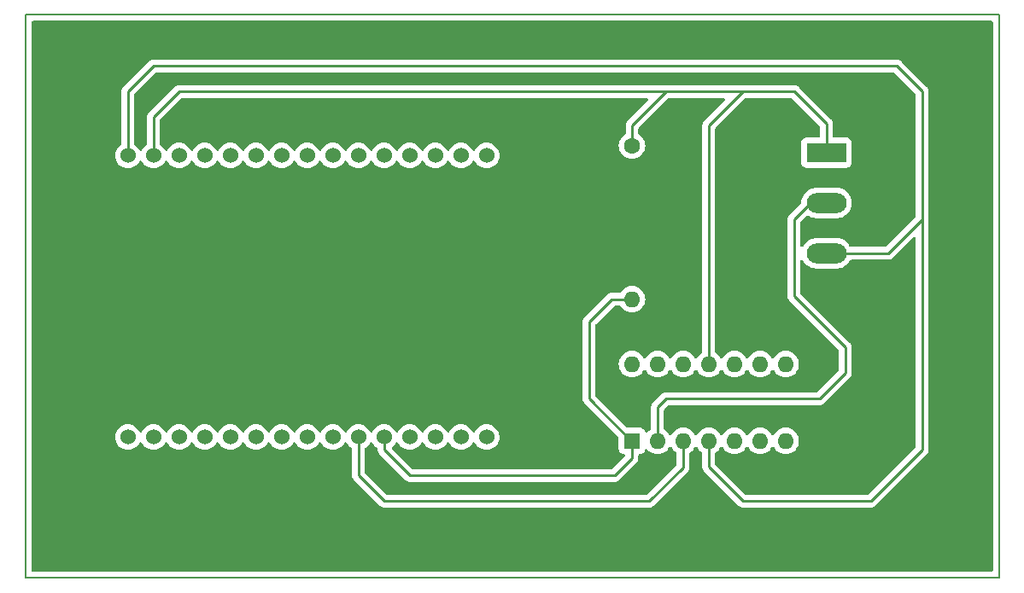
<source format=gbr>
%TF.GenerationSoftware,KiCad,Pcbnew,(6.0.10)*%
%TF.CreationDate,2023-01-27T13:30:17-06:00*%
%TF.ProjectId,H2O-Esquem_tico_JDver2-KiCad,48324f2d-4573-4717-9565-6de17469636f,rev?*%
%TF.SameCoordinates,Original*%
%TF.FileFunction,Copper,L2,Bot*%
%TF.FilePolarity,Positive*%
%FSLAX46Y46*%
G04 Gerber Fmt 4.6, Leading zero omitted, Abs format (unit mm)*
G04 Created by KiCad (PCBNEW (6.0.10)) date 2023-01-27 13:30:17*
%MOMM*%
%LPD*%
G01*
G04 APERTURE LIST*
%TA.AperFunction,NonConductor*%
%ADD10C,0.200000*%
%TD*%
%TA.AperFunction,ComponentPad*%
%ADD11R,3.960000X1.980000*%
%TD*%
%TA.AperFunction,ComponentPad*%
%ADD12O,3.960000X1.980000*%
%TD*%
%TA.AperFunction,ComponentPad*%
%ADD13R,1.600000X1.600000*%
%TD*%
%TA.AperFunction,ComponentPad*%
%ADD14O,1.600000X1.600000*%
%TD*%
%TA.AperFunction,ComponentPad*%
%ADD15C,1.524000*%
%TD*%
%TA.AperFunction,ComponentPad*%
%ADD16C,1.600000*%
%TD*%
%TA.AperFunction,Conductor*%
%ADD17C,0.250000*%
%TD*%
G04 APERTURE END LIST*
D10*
X78740000Y-40640000D02*
X175260000Y-40640000D01*
X78740000Y-96520000D02*
X175260000Y-96520000D01*
X175260000Y-96520000D02*
X175260000Y-40640000D01*
X78740000Y-40640000D02*
X78740000Y-96520000D01*
D11*
%TO.P,J8,1,Pin_1*%
%TO.N,Net-(1K8-Pad1)*%
X158155000Y-54320000D03*
D12*
%TO.P,J8,2,Pin_2*%
%TO.N,Net-(J8-Pad2)*%
X158155000Y-59320000D03*
%TO.P,J8,3,Pin_3*%
%TO.N,Net-(J8-Pad3)*%
X158155000Y-64320000D03*
%TD*%
D13*
%TO.P,U2,1*%
%TO.N,Net-(1K8-Pad2)*%
X138870000Y-82920000D03*
D14*
%TO.P,U2,2,-*%
%TO.N,Net-(J8-Pad2)*%
X141410000Y-82920000D03*
%TO.P,U2,3,+*%
%TO.N,Net-(U1-Pad25)*%
X143950000Y-82920000D03*
%TO.P,U2,4,V+*%
%TO.N,Net-(J8-Pad3)*%
X146490000Y-82920000D03*
%TO.P,U2,5*%
%TO.N,N/C*%
X149030000Y-82920000D03*
%TO.P,U2,6*%
X151570000Y-82920000D03*
%TO.P,U2,7*%
X154110000Y-82920000D03*
%TO.P,U2,8*%
X154110000Y-75300000D03*
%TO.P,U2,9*%
X151570000Y-75300000D03*
%TO.P,U2,10*%
X149030000Y-75300000D03*
%TO.P,U2,11,V-*%
%TO.N,Net-(1K8-Pad1)*%
X146490000Y-75300000D03*
%TO.P,U2,12*%
%TO.N,N/C*%
X143950000Y-75300000D03*
%TO.P,U2,13*%
X141410000Y-75300000D03*
%TO.P,U2,14*%
X138870000Y-75300000D03*
%TD*%
D15*
%TO.P,U1,1,A0(ADC0)*%
%TO.N,unconnected-(U1-Pad1)*%
X124460000Y-54610000D03*
%TO.P,U1,2,RSV*%
%TO.N,unconnected-(U1-Pad2)*%
X121920000Y-54610000D03*
%TO.P,U1,3,RSV*%
%TO.N,unconnected-(U1-Pad3)*%
X119380000Y-54610000D03*
%TO.P,U1,4,SD3(GPIO10)*%
%TO.N,unconnected-(U1-Pad4)*%
X116840000Y-54610000D03*
%TO.P,U1,5,SD2(GPIO9)*%
%TO.N,unconnected-(U1-Pad5)*%
X114300000Y-54610000D03*
%TO.P,U1,6,SD1(MOSI)*%
%TO.N,unconnected-(U1-Pad6)*%
X111760000Y-54610000D03*
%TO.P,U1,7,CMD(CS)*%
%TO.N,unconnected-(U1-Pad7)*%
X109220000Y-54610000D03*
%TO.P,U1,8,SDO(MISO)*%
%TO.N,unconnected-(U1-Pad8)*%
X106680000Y-54610000D03*
%TO.P,U1,9,CLK(SCLK)*%
%TO.N,unconnected-(U1-Pad9)*%
X104140000Y-54610000D03*
%TO.P,U1,10,GND*%
%TO.N,unconnected-(U1-Pad10)*%
X101600000Y-54610000D03*
%TO.P,U1,11,3.3V*%
%TO.N,unconnected-(U1-Pad11)*%
X99060000Y-54610000D03*
%TO.P,U1,12,EN*%
%TO.N,unconnected-(U1-Pad12)*%
X96520000Y-54610000D03*
%TO.P,U1,13,RST*%
%TO.N,unconnected-(U1-Pad13)*%
X93980000Y-54610000D03*
%TO.P,U1,14,GND*%
%TO.N,Net-(1K8-Pad1)*%
X91440000Y-54610000D03*
%TO.P,U1,15,VIN*%
%TO.N,Net-(J8-Pad3)*%
X88900000Y-54610000D03*
%TO.P,U1,16,3.3V*%
%TO.N,unconnected-(U1-Pad16)*%
X88900000Y-82550000D03*
%TO.P,U1,17,GND*%
%TO.N,unconnected-(U1-Pad17)*%
X91440000Y-82550000D03*
%TO.P,U1,18,TX(GPIO1)*%
%TO.N,unconnected-(U1-Pad18)*%
X93980000Y-82550000D03*
%TO.P,U1,19,RX(DPIO3)*%
%TO.N,unconnected-(U1-Pad19)*%
X96520000Y-82550000D03*
%TO.P,U1,20,D8(GPIO15)*%
%TO.N,unconnected-(U1-Pad20)*%
X99060000Y-82550000D03*
%TO.P,U1,21,D7(GPIO13)*%
%TO.N,unconnected-(U1-Pad21)*%
X101600000Y-82550000D03*
%TO.P,U1,22,D6(GPIO12)*%
%TO.N,unconnected-(U1-Pad22)*%
X104140000Y-82550000D03*
%TO.P,U1,23,D5(GPIO14)*%
%TO.N,unconnected-(U1-Pad23)*%
X106680000Y-82550000D03*
%TO.P,U1,24,GND*%
%TO.N,unconnected-(U1-Pad24)*%
X109220000Y-82550000D03*
%TO.P,U1,25,3.3V*%
%TO.N,Net-(U1-Pad25)*%
X111760000Y-82550000D03*
%TO.P,U1,26,D4(GPIO2)*%
%TO.N,Net-(1K8-Pad2)*%
X114300000Y-82550000D03*
%TO.P,U1,27,D3(GPIO0)*%
%TO.N,unconnected-(U1-Pad27)*%
X116840000Y-82550000D03*
%TO.P,U1,28,D2(GPIO4)*%
%TO.N,unconnected-(U1-Pad28)*%
X119380000Y-82550000D03*
%TO.P,U1,29,D1(GPIO5)*%
%TO.N,unconnected-(U1-Pad29)*%
X121920000Y-82550000D03*
%TO.P,U1,30,D0(GPIO16)*%
%TO.N,unconnected-(U1-Pad30)*%
X124460000Y-82550000D03*
%TD*%
D16*
%TO.P,1K8,1*%
%TO.N,Net-(1K8-Pad1)*%
X138875000Y-53620000D03*
D14*
%TO.P,1K8,2*%
%TO.N,Net-(1K8-Pad2)*%
X138875000Y-68860000D03*
%TD*%
D17*
%TO.N,Net-(1K8-Pad1)*%
X147320000Y-50800000D02*
X149860000Y-48260000D01*
X138875000Y-53620000D02*
X138875000Y-51625000D01*
X146490000Y-51630000D02*
X147320000Y-50800000D01*
X146490000Y-75300000D02*
X146490000Y-51630000D01*
X154940000Y-48260000D02*
X158155000Y-51475000D01*
X142240000Y-48260000D02*
X154940000Y-48260000D01*
X138875000Y-51625000D02*
X142240000Y-48260000D01*
X91440000Y-50800000D02*
X93980000Y-48260000D01*
X158155000Y-51475000D02*
X158155000Y-54320000D01*
X93980000Y-48260000D02*
X142240000Y-48260000D01*
X91440000Y-54610000D02*
X91440000Y-50800000D01*
%TO.N,Net-(1K8-Pad2)*%
X114300000Y-83820000D02*
X116840000Y-86360000D01*
X136880000Y-68860000D02*
X134620000Y-71120000D01*
X138800000Y-82920000D02*
X138870000Y-82920000D01*
X116840000Y-86360000D02*
X137160000Y-86360000D01*
X138870000Y-84650000D02*
X138870000Y-82920000D01*
X138875000Y-68860000D02*
X136880000Y-68860000D01*
X134620000Y-71120000D02*
X134620000Y-78740000D01*
X114300000Y-82550000D02*
X114300000Y-83820000D01*
X134620000Y-78740000D02*
X138800000Y-82920000D01*
X137160000Y-86360000D02*
X138870000Y-84650000D01*
%TO.N,Net-(U1-Pad25)*%
X143950000Y-82920000D02*
X143950000Y-85540780D01*
X114300000Y-88900000D02*
X111760000Y-86360000D01*
X140590780Y-88900000D02*
X114300000Y-88900000D01*
X143950000Y-85540780D02*
X140590780Y-88900000D01*
X111760000Y-86360000D02*
X111760000Y-82550000D01*
%TO.N,Net-(J8-Pad2)*%
X141410000Y-79570000D02*
X142240000Y-78740000D01*
X142240000Y-78740000D02*
X144780000Y-78740000D01*
X157480000Y-78740000D02*
X144780000Y-78740000D01*
X154940000Y-68580000D02*
X160020000Y-73660000D01*
X156580000Y-59320000D02*
X154940000Y-60960000D01*
X141410000Y-82920000D02*
X141410000Y-79570000D01*
X160020000Y-76200000D02*
X157480000Y-78740000D01*
X158155000Y-59320000D02*
X156580000Y-59320000D01*
X160020000Y-73660000D02*
X160020000Y-76200000D01*
X154940000Y-60960000D02*
X154940000Y-68580000D01*
%TO.N,Net-(J8-Pad3)*%
X162560000Y-88900000D02*
X167640000Y-83820000D01*
X149860000Y-88900000D02*
X154940000Y-88900000D01*
X88900000Y-48260000D02*
X91440000Y-45720000D01*
X167640000Y-60960000D02*
X164280000Y-64320000D01*
X91440000Y-45720000D02*
X165100000Y-45720000D01*
X167640000Y-48260000D02*
X167640000Y-60960000D01*
X146490000Y-85530000D02*
X149860000Y-88900000D01*
X164280000Y-64320000D02*
X158155000Y-64320000D01*
X167640000Y-83820000D02*
X167640000Y-60960000D01*
X146490000Y-82920000D02*
X146490000Y-85530000D01*
X154940000Y-88900000D02*
X162560000Y-88900000D01*
X165100000Y-45720000D02*
X167640000Y-48260000D01*
X88900000Y-54610000D02*
X88900000Y-48260000D01*
%TD*%
%TA.AperFunction,NonConductor*%
G36*
X166962859Y-62743763D02*
G01*
X167001423Y-62810558D01*
X167006500Y-62849122D01*
X167006500Y-83495878D01*
X166986538Y-83570378D01*
X166962859Y-83601237D01*
X162341236Y-88222859D01*
X162274441Y-88261423D01*
X162235877Y-88266500D01*
X150184122Y-88266500D01*
X150109622Y-88246538D01*
X150078763Y-88222859D01*
X147167141Y-85311236D01*
X147128577Y-85244441D01*
X147123500Y-85205877D01*
X147123500Y-84151367D01*
X147143462Y-84076867D01*
X147187037Y-84029313D01*
X147264315Y-83975202D01*
X147334300Y-83926198D01*
X147496198Y-83764300D01*
X147627523Y-83576749D01*
X147630270Y-83570858D01*
X147630961Y-83569661D01*
X147685497Y-83515122D01*
X147759997Y-83495158D01*
X147834497Y-83515119D01*
X147889039Y-83569661D01*
X147889730Y-83570858D01*
X147892477Y-83576749D01*
X148023802Y-83764300D01*
X148185700Y-83926198D01*
X148373251Y-84057523D01*
X148580757Y-84154284D01*
X148587038Y-84155967D01*
X148795635Y-84211861D01*
X148795637Y-84211861D01*
X148801913Y-84213543D01*
X148808384Y-84214109D01*
X148808389Y-84214110D01*
X149023519Y-84232931D01*
X149030000Y-84233498D01*
X149036481Y-84232931D01*
X149251611Y-84214110D01*
X149251616Y-84214109D01*
X149258087Y-84213543D01*
X149264363Y-84211861D01*
X149264365Y-84211861D01*
X149472962Y-84155967D01*
X149479243Y-84154284D01*
X149686749Y-84057523D01*
X149874300Y-83926198D01*
X150036198Y-83764300D01*
X150167523Y-83576749D01*
X150170270Y-83570858D01*
X150170961Y-83569661D01*
X150225497Y-83515122D01*
X150299997Y-83495158D01*
X150374497Y-83515119D01*
X150429039Y-83569661D01*
X150429730Y-83570858D01*
X150432477Y-83576749D01*
X150563802Y-83764300D01*
X150725700Y-83926198D01*
X150913251Y-84057523D01*
X151120757Y-84154284D01*
X151127038Y-84155967D01*
X151335635Y-84211861D01*
X151335637Y-84211861D01*
X151341913Y-84213543D01*
X151348384Y-84214109D01*
X151348389Y-84214110D01*
X151563519Y-84232931D01*
X151570000Y-84233498D01*
X151576481Y-84232931D01*
X151791611Y-84214110D01*
X151791616Y-84214109D01*
X151798087Y-84213543D01*
X151804363Y-84211861D01*
X151804365Y-84211861D01*
X152012962Y-84155967D01*
X152019243Y-84154284D01*
X152226749Y-84057523D01*
X152414300Y-83926198D01*
X152576198Y-83764300D01*
X152707523Y-83576749D01*
X152710270Y-83570858D01*
X152710961Y-83569661D01*
X152765497Y-83515122D01*
X152839997Y-83495158D01*
X152914497Y-83515119D01*
X152969039Y-83569661D01*
X152969730Y-83570858D01*
X152972477Y-83576749D01*
X153103802Y-83764300D01*
X153265700Y-83926198D01*
X153453251Y-84057523D01*
X153660757Y-84154284D01*
X153667038Y-84155967D01*
X153875635Y-84211861D01*
X153875637Y-84211861D01*
X153881913Y-84213543D01*
X153888384Y-84214109D01*
X153888389Y-84214110D01*
X154103519Y-84232931D01*
X154110000Y-84233498D01*
X154116481Y-84232931D01*
X154331611Y-84214110D01*
X154331616Y-84214109D01*
X154338087Y-84213543D01*
X154344363Y-84211861D01*
X154344365Y-84211861D01*
X154552962Y-84155967D01*
X154559243Y-84154284D01*
X154766749Y-84057523D01*
X154954300Y-83926198D01*
X155116198Y-83764300D01*
X155247523Y-83576749D01*
X155344284Y-83369243D01*
X155380000Y-83235950D01*
X155401861Y-83154365D01*
X155401861Y-83154363D01*
X155403543Y-83148087D01*
X155407765Y-83099836D01*
X155422931Y-82926481D01*
X155423498Y-82920000D01*
X155403543Y-82691913D01*
X155381913Y-82611187D01*
X155345967Y-82477038D01*
X155344284Y-82470757D01*
X155247523Y-82263251D01*
X155116198Y-82075700D01*
X154954300Y-81913802D01*
X154766749Y-81782477D01*
X154559243Y-81685716D01*
X154522061Y-81675753D01*
X154344365Y-81628139D01*
X154344363Y-81628139D01*
X154338087Y-81626457D01*
X154331616Y-81625891D01*
X154331611Y-81625890D01*
X154116481Y-81607069D01*
X154110000Y-81606502D01*
X154103519Y-81607069D01*
X153888389Y-81625890D01*
X153888384Y-81625891D01*
X153881913Y-81626457D01*
X153875637Y-81628139D01*
X153875635Y-81628139D01*
X153697939Y-81675753D01*
X153660757Y-81685716D01*
X153453251Y-81782477D01*
X153265700Y-81913802D01*
X153103802Y-82075700D01*
X152972477Y-82263251D01*
X152969730Y-82269142D01*
X152969039Y-82270339D01*
X152914503Y-82324878D01*
X152840003Y-82344842D01*
X152765503Y-82324881D01*
X152710961Y-82270339D01*
X152710270Y-82269142D01*
X152707523Y-82263251D01*
X152576198Y-82075700D01*
X152414300Y-81913802D01*
X152226749Y-81782477D01*
X152019243Y-81685716D01*
X151982061Y-81675753D01*
X151804365Y-81628139D01*
X151804363Y-81628139D01*
X151798087Y-81626457D01*
X151791616Y-81625891D01*
X151791611Y-81625890D01*
X151576481Y-81607069D01*
X151570000Y-81606502D01*
X151563519Y-81607069D01*
X151348389Y-81625890D01*
X151348384Y-81625891D01*
X151341913Y-81626457D01*
X151335637Y-81628139D01*
X151335635Y-81628139D01*
X151157939Y-81675753D01*
X151120757Y-81685716D01*
X150913251Y-81782477D01*
X150725700Y-81913802D01*
X150563802Y-82075700D01*
X150432477Y-82263251D01*
X150429730Y-82269142D01*
X150429039Y-82270339D01*
X150374503Y-82324878D01*
X150300003Y-82344842D01*
X150225503Y-82324881D01*
X150170961Y-82270339D01*
X150170270Y-82269142D01*
X150167523Y-82263251D01*
X150036198Y-82075700D01*
X149874300Y-81913802D01*
X149686749Y-81782477D01*
X149479243Y-81685716D01*
X149442061Y-81675753D01*
X149264365Y-81628139D01*
X149264363Y-81628139D01*
X149258087Y-81626457D01*
X149251616Y-81625891D01*
X149251611Y-81625890D01*
X149036481Y-81607069D01*
X149030000Y-81606502D01*
X149023519Y-81607069D01*
X148808389Y-81625890D01*
X148808384Y-81625891D01*
X148801913Y-81626457D01*
X148795637Y-81628139D01*
X148795635Y-81628139D01*
X148617939Y-81675753D01*
X148580757Y-81685716D01*
X148373251Y-81782477D01*
X148185700Y-81913802D01*
X148023802Y-82075700D01*
X147892477Y-82263251D01*
X147889730Y-82269142D01*
X147889039Y-82270339D01*
X147834503Y-82324878D01*
X147760003Y-82344842D01*
X147685503Y-82324881D01*
X147630961Y-82270339D01*
X147630270Y-82269142D01*
X147627523Y-82263251D01*
X147496198Y-82075700D01*
X147334300Y-81913802D01*
X147146749Y-81782477D01*
X146939243Y-81685716D01*
X146902061Y-81675753D01*
X146724365Y-81628139D01*
X146724363Y-81628139D01*
X146718087Y-81626457D01*
X146711616Y-81625891D01*
X146711611Y-81625890D01*
X146496481Y-81607069D01*
X146490000Y-81606502D01*
X146483519Y-81607069D01*
X146268389Y-81625890D01*
X146268384Y-81625891D01*
X146261913Y-81626457D01*
X146255637Y-81628139D01*
X146255635Y-81628139D01*
X146077939Y-81675753D01*
X146040757Y-81685716D01*
X145833251Y-81782477D01*
X145645700Y-81913802D01*
X145483802Y-82075700D01*
X145352477Y-82263251D01*
X145349730Y-82269142D01*
X145349039Y-82270339D01*
X145294503Y-82324878D01*
X145220003Y-82344842D01*
X145145503Y-82324881D01*
X145090961Y-82270339D01*
X145090270Y-82269142D01*
X145087523Y-82263251D01*
X144956198Y-82075700D01*
X144794300Y-81913802D01*
X144606749Y-81782477D01*
X144399243Y-81685716D01*
X144362061Y-81675753D01*
X144184365Y-81628139D01*
X144184363Y-81628139D01*
X144178087Y-81626457D01*
X144171616Y-81625891D01*
X144171611Y-81625890D01*
X143956481Y-81607069D01*
X143950000Y-81606502D01*
X143943519Y-81607069D01*
X143728389Y-81625890D01*
X143728384Y-81625891D01*
X143721913Y-81626457D01*
X143715637Y-81628139D01*
X143715635Y-81628139D01*
X143537939Y-81675753D01*
X143500757Y-81685716D01*
X143293251Y-81782477D01*
X143105700Y-81913802D01*
X142943802Y-82075700D01*
X142812477Y-82263251D01*
X142809730Y-82269142D01*
X142809039Y-82270339D01*
X142754503Y-82324878D01*
X142680003Y-82344842D01*
X142605503Y-82324881D01*
X142550961Y-82270339D01*
X142550270Y-82269142D01*
X142547523Y-82263251D01*
X142416198Y-82075700D01*
X142254300Y-81913802D01*
X142107037Y-81810687D01*
X142057460Y-81751603D01*
X142043500Y-81688633D01*
X142043500Y-79894122D01*
X142063462Y-79819622D01*
X142087141Y-79788763D01*
X142458763Y-79417141D01*
X142525558Y-79378577D01*
X142564122Y-79373500D01*
X157402078Y-79373500D01*
X157412191Y-79373977D01*
X157419909Y-79375702D01*
X157487604Y-79373574D01*
X157492286Y-79373500D01*
X157519856Y-79373500D01*
X157524508Y-79372912D01*
X157529170Y-79372619D01*
X157529170Y-79372627D01*
X157536777Y-79372028D01*
X157551021Y-79371581D01*
X157570516Y-79370968D01*
X157570519Y-79370968D01*
X157579889Y-79370673D01*
X157588893Y-79368057D01*
X157588894Y-79368057D01*
X157597599Y-79365528D01*
X157620497Y-79360786D01*
X157622393Y-79360546D01*
X157638797Y-79358474D01*
X157678892Y-79342599D01*
X157692174Y-79338051D01*
X157702882Y-79334940D01*
X157733593Y-79326018D01*
X157741659Y-79321247D01*
X157741665Y-79321245D01*
X157749473Y-79316627D01*
X157770472Y-79306340D01*
X157778901Y-79303003D01*
X157778902Y-79303002D01*
X157787617Y-79299552D01*
X157822521Y-79274193D01*
X157834227Y-79266504D01*
X157871362Y-79244542D01*
X157884408Y-79231496D01*
X157902179Y-79216318D01*
X157917107Y-79205472D01*
X157944594Y-79172246D01*
X157954041Y-79161863D01*
X160412848Y-76703056D01*
X160420345Y-76696235D01*
X160427018Y-76692000D01*
X160473397Y-76642611D01*
X160476655Y-76639249D01*
X160496134Y-76619770D01*
X160499002Y-76616072D01*
X160502100Y-76612558D01*
X160502106Y-76612563D01*
X160507059Y-76606764D01*
X160530171Y-76582152D01*
X160536586Y-76575321D01*
X160545474Y-76559154D01*
X160558309Y-76539615D01*
X160563868Y-76532449D01*
X160563872Y-76532442D01*
X160569613Y-76525041D01*
X160586743Y-76485458D01*
X160592918Y-76472854D01*
X160609176Y-76443280D01*
X160613695Y-76435060D01*
X160618283Y-76417189D01*
X160625857Y-76395069D01*
X160629459Y-76386747D01*
X160629460Y-76386743D01*
X160633181Y-76378145D01*
X160634647Y-76368891D01*
X160634649Y-76368883D01*
X160639929Y-76335547D01*
X160642775Y-76321804D01*
X160651168Y-76289112D01*
X160653500Y-76280030D01*
X160653500Y-76261580D01*
X160655334Y-76238271D01*
X160656754Y-76229308D01*
X160656754Y-76229306D01*
X160658219Y-76220057D01*
X160654161Y-76177125D01*
X160653500Y-76163104D01*
X160653500Y-73737922D01*
X160653977Y-73727809D01*
X160655702Y-73720091D01*
X160653574Y-73652382D01*
X160653500Y-73647702D01*
X160653500Y-73620144D01*
X160652915Y-73615510D01*
X160652620Y-73610823D01*
X160652627Y-73610823D01*
X160652029Y-73603217D01*
X160650969Y-73569488D01*
X160650969Y-73569486D01*
X160650674Y-73560111D01*
X160645527Y-73542395D01*
X160640785Y-73519497D01*
X160639649Y-73510505D01*
X160638474Y-73501203D01*
X160622599Y-73461106D01*
X160618053Y-73447829D01*
X160608632Y-73415405D01*
X160606018Y-73406407D01*
X160601248Y-73398342D01*
X160601247Y-73398339D01*
X160596627Y-73390527D01*
X160586340Y-73369528D01*
X160583003Y-73361099D01*
X160583002Y-73361098D01*
X160579552Y-73352383D01*
X160554193Y-73317479D01*
X160546504Y-73305773D01*
X160524542Y-73268638D01*
X160511496Y-73255592D01*
X160496318Y-73237821D01*
X160485472Y-73222893D01*
X160452246Y-73195406D01*
X160441863Y-73185959D01*
X155617141Y-68361236D01*
X155578577Y-68294441D01*
X155573500Y-68255877D01*
X155573500Y-65117116D01*
X155593462Y-65042616D01*
X155648000Y-64988078D01*
X155722500Y-64968116D01*
X155797000Y-64988078D01*
X155854665Y-65048316D01*
X155892633Y-65121252D01*
X155896301Y-65126137D01*
X155896302Y-65126139D01*
X155919397Y-65156898D01*
X156040584Y-65318303D01*
X156218731Y-65488545D01*
X156422291Y-65627404D01*
X156645797Y-65731152D01*
X156883247Y-65797002D01*
X156921876Y-65801130D01*
X157080453Y-65818078D01*
X157080462Y-65818078D01*
X157084406Y-65818500D01*
X159207469Y-65818500D01*
X159272178Y-65813180D01*
X159384491Y-65803946D01*
X159384493Y-65803946D01*
X159390583Y-65803445D01*
X159396509Y-65801956D01*
X159396512Y-65801956D01*
X159507985Y-65773956D01*
X159629570Y-65743416D01*
X159855544Y-65645160D01*
X159879015Y-65629976D01*
X160057303Y-65514636D01*
X160057305Y-65514634D01*
X160062436Y-65511315D01*
X160244690Y-65345477D01*
X160397410Y-65152099D01*
X160464542Y-65030490D01*
X160518023Y-64974916D01*
X160594986Y-64953500D01*
X164202078Y-64953500D01*
X164212191Y-64953977D01*
X164219909Y-64955702D01*
X164287604Y-64953574D01*
X164292286Y-64953500D01*
X164319856Y-64953500D01*
X164324508Y-64952912D01*
X164329170Y-64952619D01*
X164329170Y-64952627D01*
X164336777Y-64952028D01*
X164351021Y-64951581D01*
X164370516Y-64950968D01*
X164370519Y-64950968D01*
X164379889Y-64950673D01*
X164388893Y-64948057D01*
X164388894Y-64948057D01*
X164397599Y-64945528D01*
X164420497Y-64940786D01*
X164422393Y-64940546D01*
X164438797Y-64938474D01*
X164478892Y-64922599D01*
X164492174Y-64918051D01*
X164533593Y-64906018D01*
X164541659Y-64901247D01*
X164541665Y-64901245D01*
X164549473Y-64896627D01*
X164570472Y-64886340D01*
X164578901Y-64883003D01*
X164578902Y-64883002D01*
X164587617Y-64879552D01*
X164622521Y-64854193D01*
X164634227Y-64846504D01*
X164671362Y-64824542D01*
X164684408Y-64811496D01*
X164702179Y-64796318D01*
X164717107Y-64785472D01*
X164744594Y-64752246D01*
X164754041Y-64741863D01*
X166752141Y-62743763D01*
X166818936Y-62705199D01*
X166896064Y-62705199D01*
X166962859Y-62743763D01*
G37*
%TD.AperFunction*%
%TA.AperFunction,NonConductor*%
G36*
X113092970Y-83050259D02*
G01*
X113152054Y-83099836D01*
X113165040Y-83122329D01*
X113195512Y-83187676D01*
X113199243Y-83193004D01*
X113199245Y-83193008D01*
X113274468Y-83300437D01*
X113323023Y-83369781D01*
X113480219Y-83526977D01*
X113485545Y-83530706D01*
X113485552Y-83530712D01*
X113602963Y-83612925D01*
X113652540Y-83672008D01*
X113666500Y-83734978D01*
X113666500Y-83742078D01*
X113666023Y-83752191D01*
X113664298Y-83759909D01*
X113665027Y-83783096D01*
X113666426Y-83827604D01*
X113666500Y-83832286D01*
X113666500Y-83859856D01*
X113667088Y-83864508D01*
X113667381Y-83869170D01*
X113667373Y-83869170D01*
X113667972Y-83876777D01*
X113669327Y-83919889D01*
X113671943Y-83928893D01*
X113671943Y-83928894D01*
X113674472Y-83937599D01*
X113679214Y-83960497D01*
X113681526Y-83978797D01*
X113689187Y-83998145D01*
X113697401Y-84018892D01*
X113701949Y-84032173D01*
X113713982Y-84073593D01*
X113718753Y-84081659D01*
X113718755Y-84081665D01*
X113723373Y-84089473D01*
X113733660Y-84110472D01*
X113740448Y-84127617D01*
X113765807Y-84162521D01*
X113773496Y-84174227D01*
X113795458Y-84211362D01*
X113808504Y-84224408D01*
X113823682Y-84242179D01*
X113834528Y-84257107D01*
X113841754Y-84263084D01*
X113841754Y-84263085D01*
X113867754Y-84284594D01*
X113878137Y-84294041D01*
X116336944Y-86752848D01*
X116343765Y-86760345D01*
X116348000Y-86767018D01*
X116354828Y-86773430D01*
X116354829Y-86773431D01*
X116397389Y-86813397D01*
X116400751Y-86816655D01*
X116420230Y-86836134D01*
X116423928Y-86839002D01*
X116427442Y-86842100D01*
X116427437Y-86842106D01*
X116433236Y-86847059D01*
X116464679Y-86876586D01*
X116472890Y-86881100D01*
X116480846Y-86885474D01*
X116500385Y-86898309D01*
X116507551Y-86903868D01*
X116507558Y-86903872D01*
X116514959Y-86909613D01*
X116523558Y-86913334D01*
X116523561Y-86913336D01*
X116554542Y-86926743D01*
X116567145Y-86932918D01*
X116604940Y-86953695D01*
X116622811Y-86958283D01*
X116644931Y-86965857D01*
X116653253Y-86969459D01*
X116653257Y-86969460D01*
X116661855Y-86973181D01*
X116671109Y-86974647D01*
X116671117Y-86974649D01*
X116704453Y-86979929D01*
X116718196Y-86982775D01*
X116738770Y-86988057D01*
X116759970Y-86993500D01*
X116778420Y-86993500D01*
X116801726Y-86995334D01*
X116806538Y-86996096D01*
X116810692Y-86996754D01*
X116810694Y-86996754D01*
X116819943Y-86998219D01*
X116862875Y-86994161D01*
X116876896Y-86993500D01*
X137082078Y-86993500D01*
X137092191Y-86993977D01*
X137099909Y-86995702D01*
X137167604Y-86993574D01*
X137172286Y-86993500D01*
X137199856Y-86993500D01*
X137204508Y-86992912D01*
X137209170Y-86992619D01*
X137209170Y-86992627D01*
X137216777Y-86992028D01*
X137231021Y-86991581D01*
X137250516Y-86990968D01*
X137250519Y-86990968D01*
X137259889Y-86990673D01*
X137268893Y-86988057D01*
X137268894Y-86988057D01*
X137277599Y-86985528D01*
X137300497Y-86980786D01*
X137302393Y-86980546D01*
X137318797Y-86978474D01*
X137358892Y-86962599D01*
X137372174Y-86958051D01*
X137379144Y-86956026D01*
X137413593Y-86946018D01*
X137421659Y-86941247D01*
X137421665Y-86941245D01*
X137429473Y-86936627D01*
X137450472Y-86926340D01*
X137458901Y-86923003D01*
X137458902Y-86923002D01*
X137467617Y-86919552D01*
X137502521Y-86894193D01*
X137514227Y-86886504D01*
X137551362Y-86864542D01*
X137564408Y-86851496D01*
X137582179Y-86836318D01*
X137597107Y-86825472D01*
X137624594Y-86792246D01*
X137634041Y-86781863D01*
X139262848Y-85153056D01*
X139270345Y-85146235D01*
X139277018Y-85142000D01*
X139323397Y-85092611D01*
X139326655Y-85089249D01*
X139346134Y-85069770D01*
X139349002Y-85066072D01*
X139352100Y-85062558D01*
X139352106Y-85062563D01*
X139357059Y-85056764D01*
X139380171Y-85032152D01*
X139386586Y-85025321D01*
X139395474Y-85009154D01*
X139408309Y-84989615D01*
X139413868Y-84982449D01*
X139413872Y-84982442D01*
X139419613Y-84975041D01*
X139436743Y-84935458D01*
X139442918Y-84922854D01*
X139459176Y-84893280D01*
X139463695Y-84885060D01*
X139468283Y-84867189D01*
X139475857Y-84845069D01*
X139479457Y-84836751D01*
X139479458Y-84836749D01*
X139483181Y-84828145D01*
X139489928Y-84785548D01*
X139492774Y-84771807D01*
X139501169Y-84739111D01*
X139501169Y-84739107D01*
X139503500Y-84730030D01*
X139503500Y-84711588D01*
X139505334Y-84688280D01*
X139506755Y-84679310D01*
X139506755Y-84679306D01*
X139508220Y-84670057D01*
X139504161Y-84627117D01*
X139503500Y-84613096D01*
X139503500Y-84377500D01*
X139523462Y-84303000D01*
X139578000Y-84248462D01*
X139652500Y-84228500D01*
X139718134Y-84228500D01*
X139722127Y-84228066D01*
X139722131Y-84228066D01*
X139771029Y-84222754D01*
X139771030Y-84222754D01*
X139780316Y-84221745D01*
X139789064Y-84218465D01*
X139789066Y-84218465D01*
X139906761Y-84174343D01*
X139906762Y-84174343D01*
X139916705Y-84170615D01*
X139938496Y-84154284D01*
X140024767Y-84089627D01*
X140033261Y-84083261D01*
X140044426Y-84068364D01*
X140114247Y-83975202D01*
X140114247Y-83975201D01*
X140120615Y-83966705D01*
X140127305Y-83948861D01*
X140171745Y-83830316D01*
X140175183Y-83831605D01*
X140203099Y-83780058D01*
X140268818Y-83739688D01*
X140345917Y-83737585D01*
X140416649Y-83777147D01*
X140565700Y-83926198D01*
X140753251Y-84057523D01*
X140960757Y-84154284D01*
X140967038Y-84155967D01*
X141175635Y-84211861D01*
X141175637Y-84211861D01*
X141181913Y-84213543D01*
X141188384Y-84214109D01*
X141188389Y-84214110D01*
X141403519Y-84232931D01*
X141410000Y-84233498D01*
X141416481Y-84232931D01*
X141631611Y-84214110D01*
X141631616Y-84214109D01*
X141638087Y-84213543D01*
X141644363Y-84211861D01*
X141644365Y-84211861D01*
X141852962Y-84155967D01*
X141859243Y-84154284D01*
X142066749Y-84057523D01*
X142254300Y-83926198D01*
X142416198Y-83764300D01*
X142547523Y-83576749D01*
X142550270Y-83570858D01*
X142550961Y-83569661D01*
X142605497Y-83515122D01*
X142679997Y-83495158D01*
X142754497Y-83515119D01*
X142809039Y-83569661D01*
X142809730Y-83570858D01*
X142812477Y-83576749D01*
X142943802Y-83764300D01*
X143105700Y-83926198D01*
X143175685Y-83975202D01*
X143252963Y-84029313D01*
X143302540Y-84088397D01*
X143316500Y-84151367D01*
X143316500Y-85216657D01*
X143296538Y-85291157D01*
X143272859Y-85322016D01*
X140372016Y-88222859D01*
X140305221Y-88261423D01*
X140266657Y-88266500D01*
X114624123Y-88266500D01*
X114549623Y-88246538D01*
X114518764Y-88222859D01*
X112437141Y-86141236D01*
X112398577Y-86074441D01*
X112393500Y-86035877D01*
X112393500Y-83734978D01*
X112413462Y-83660478D01*
X112457037Y-83612925D01*
X112574448Y-83530712D01*
X112574455Y-83530706D01*
X112579781Y-83526977D01*
X112736977Y-83369781D01*
X112785532Y-83300437D01*
X112860755Y-83193008D01*
X112860757Y-83193004D01*
X112864488Y-83187676D01*
X112894960Y-83122329D01*
X112944537Y-83063245D01*
X113017014Y-83036866D01*
X113092970Y-83050259D01*
G37*
%TD.AperFunction*%
%TA.AperFunction,NonConductor*%
G36*
X174577000Y-41268462D02*
G01*
X174631538Y-41323000D01*
X174651500Y-41397500D01*
X174651500Y-95762500D01*
X174631538Y-95837000D01*
X174577000Y-95891538D01*
X174502500Y-95911500D01*
X79497500Y-95911500D01*
X79423000Y-95891538D01*
X79368462Y-95837000D01*
X79348500Y-95762500D01*
X79348500Y-82550000D01*
X87624647Y-82550000D01*
X87644022Y-82771463D01*
X87701560Y-82986196D01*
X87795512Y-83187676D01*
X87799243Y-83193004D01*
X87799245Y-83193008D01*
X87874468Y-83300437D01*
X87923023Y-83369781D01*
X88080219Y-83526977D01*
X88262323Y-83654488D01*
X88463804Y-83748440D01*
X88470085Y-83750123D01*
X88672259Y-83804296D01*
X88672261Y-83804296D01*
X88678537Y-83805978D01*
X88685008Y-83806544D01*
X88685013Y-83806545D01*
X88893519Y-83824786D01*
X88900000Y-83825353D01*
X88906481Y-83824786D01*
X89114987Y-83806545D01*
X89114992Y-83806544D01*
X89121463Y-83805978D01*
X89127739Y-83804296D01*
X89127741Y-83804296D01*
X89329915Y-83750123D01*
X89336196Y-83748440D01*
X89537677Y-83654488D01*
X89719781Y-83526977D01*
X89876977Y-83369781D01*
X89925532Y-83300437D01*
X90000755Y-83193008D01*
X90000757Y-83193004D01*
X90004488Y-83187676D01*
X90034960Y-83122329D01*
X90084537Y-83063245D01*
X90157014Y-83036866D01*
X90232970Y-83050259D01*
X90292054Y-83099836D01*
X90305040Y-83122329D01*
X90335512Y-83187676D01*
X90339243Y-83193004D01*
X90339245Y-83193008D01*
X90414468Y-83300437D01*
X90463023Y-83369781D01*
X90620219Y-83526977D01*
X90802323Y-83654488D01*
X91003804Y-83748440D01*
X91010085Y-83750123D01*
X91212259Y-83804296D01*
X91212261Y-83804296D01*
X91218537Y-83805978D01*
X91225008Y-83806544D01*
X91225013Y-83806545D01*
X91433519Y-83824786D01*
X91440000Y-83825353D01*
X91446481Y-83824786D01*
X91654987Y-83806545D01*
X91654992Y-83806544D01*
X91661463Y-83805978D01*
X91667739Y-83804296D01*
X91667741Y-83804296D01*
X91869915Y-83750123D01*
X91876196Y-83748440D01*
X92077677Y-83654488D01*
X92259781Y-83526977D01*
X92416977Y-83369781D01*
X92465532Y-83300437D01*
X92540755Y-83193008D01*
X92540757Y-83193004D01*
X92544488Y-83187676D01*
X92574960Y-83122329D01*
X92624537Y-83063245D01*
X92697014Y-83036866D01*
X92772970Y-83050259D01*
X92832054Y-83099836D01*
X92845040Y-83122329D01*
X92875512Y-83187676D01*
X92879243Y-83193004D01*
X92879245Y-83193008D01*
X92954468Y-83300437D01*
X93003023Y-83369781D01*
X93160219Y-83526977D01*
X93342323Y-83654488D01*
X93543804Y-83748440D01*
X93550085Y-83750123D01*
X93752259Y-83804296D01*
X93752261Y-83804296D01*
X93758537Y-83805978D01*
X93765008Y-83806544D01*
X93765013Y-83806545D01*
X93973519Y-83824786D01*
X93980000Y-83825353D01*
X93986481Y-83824786D01*
X94194987Y-83806545D01*
X94194992Y-83806544D01*
X94201463Y-83805978D01*
X94207739Y-83804296D01*
X94207741Y-83804296D01*
X94409915Y-83750123D01*
X94416196Y-83748440D01*
X94617677Y-83654488D01*
X94799781Y-83526977D01*
X94956977Y-83369781D01*
X95005532Y-83300437D01*
X95080755Y-83193008D01*
X95080757Y-83193004D01*
X95084488Y-83187676D01*
X95114960Y-83122329D01*
X95164537Y-83063245D01*
X95237014Y-83036866D01*
X95312970Y-83050259D01*
X95372054Y-83099836D01*
X95385040Y-83122329D01*
X95415512Y-83187676D01*
X95419243Y-83193004D01*
X95419245Y-83193008D01*
X95494468Y-83300437D01*
X95543023Y-83369781D01*
X95700219Y-83526977D01*
X95882323Y-83654488D01*
X96083804Y-83748440D01*
X96090085Y-83750123D01*
X96292259Y-83804296D01*
X96292261Y-83804296D01*
X96298537Y-83805978D01*
X96305008Y-83806544D01*
X96305013Y-83806545D01*
X96513519Y-83824786D01*
X96520000Y-83825353D01*
X96526481Y-83824786D01*
X96734987Y-83806545D01*
X96734992Y-83806544D01*
X96741463Y-83805978D01*
X96747739Y-83804296D01*
X96747741Y-83804296D01*
X96949915Y-83750123D01*
X96956196Y-83748440D01*
X97157677Y-83654488D01*
X97339781Y-83526977D01*
X97496977Y-83369781D01*
X97545532Y-83300437D01*
X97620755Y-83193008D01*
X97620757Y-83193004D01*
X97624488Y-83187676D01*
X97654960Y-83122329D01*
X97704537Y-83063245D01*
X97777014Y-83036866D01*
X97852970Y-83050259D01*
X97912054Y-83099836D01*
X97925040Y-83122329D01*
X97955512Y-83187676D01*
X97959243Y-83193004D01*
X97959245Y-83193008D01*
X98034468Y-83300437D01*
X98083023Y-83369781D01*
X98240219Y-83526977D01*
X98422323Y-83654488D01*
X98623804Y-83748440D01*
X98630085Y-83750123D01*
X98832259Y-83804296D01*
X98832261Y-83804296D01*
X98838537Y-83805978D01*
X98845008Y-83806544D01*
X98845013Y-83806545D01*
X99053519Y-83824786D01*
X99060000Y-83825353D01*
X99066481Y-83824786D01*
X99274987Y-83806545D01*
X99274992Y-83806544D01*
X99281463Y-83805978D01*
X99287739Y-83804296D01*
X99287741Y-83804296D01*
X99489915Y-83750123D01*
X99496196Y-83748440D01*
X99697677Y-83654488D01*
X99879781Y-83526977D01*
X100036977Y-83369781D01*
X100085532Y-83300437D01*
X100160755Y-83193008D01*
X100160757Y-83193004D01*
X100164488Y-83187676D01*
X100194960Y-83122329D01*
X100244537Y-83063245D01*
X100317014Y-83036866D01*
X100392970Y-83050259D01*
X100452054Y-83099836D01*
X100465040Y-83122329D01*
X100495512Y-83187676D01*
X100499243Y-83193004D01*
X100499245Y-83193008D01*
X100574468Y-83300437D01*
X100623023Y-83369781D01*
X100780219Y-83526977D01*
X100962323Y-83654488D01*
X101163804Y-83748440D01*
X101170085Y-83750123D01*
X101372259Y-83804296D01*
X101372261Y-83804296D01*
X101378537Y-83805978D01*
X101385008Y-83806544D01*
X101385013Y-83806545D01*
X101593519Y-83824786D01*
X101600000Y-83825353D01*
X101606481Y-83824786D01*
X101814987Y-83806545D01*
X101814992Y-83806544D01*
X101821463Y-83805978D01*
X101827739Y-83804296D01*
X101827741Y-83804296D01*
X102029915Y-83750123D01*
X102036196Y-83748440D01*
X102237677Y-83654488D01*
X102419781Y-83526977D01*
X102576977Y-83369781D01*
X102625532Y-83300437D01*
X102700755Y-83193008D01*
X102700757Y-83193004D01*
X102704488Y-83187676D01*
X102734960Y-83122329D01*
X102784537Y-83063245D01*
X102857014Y-83036866D01*
X102932970Y-83050259D01*
X102992054Y-83099836D01*
X103005040Y-83122329D01*
X103035512Y-83187676D01*
X103039243Y-83193004D01*
X103039245Y-83193008D01*
X103114468Y-83300437D01*
X103163023Y-83369781D01*
X103320219Y-83526977D01*
X103502323Y-83654488D01*
X103703804Y-83748440D01*
X103710085Y-83750123D01*
X103912259Y-83804296D01*
X103912261Y-83804296D01*
X103918537Y-83805978D01*
X103925008Y-83806544D01*
X103925013Y-83806545D01*
X104133519Y-83824786D01*
X104140000Y-83825353D01*
X104146481Y-83824786D01*
X104354987Y-83806545D01*
X104354992Y-83806544D01*
X104361463Y-83805978D01*
X104367739Y-83804296D01*
X104367741Y-83804296D01*
X104569915Y-83750123D01*
X104576196Y-83748440D01*
X104777677Y-83654488D01*
X104959781Y-83526977D01*
X105116977Y-83369781D01*
X105165532Y-83300437D01*
X105240755Y-83193008D01*
X105240757Y-83193004D01*
X105244488Y-83187676D01*
X105274960Y-83122329D01*
X105324537Y-83063245D01*
X105397014Y-83036866D01*
X105472970Y-83050259D01*
X105532054Y-83099836D01*
X105545040Y-83122329D01*
X105575512Y-83187676D01*
X105579243Y-83193004D01*
X105579245Y-83193008D01*
X105654468Y-83300437D01*
X105703023Y-83369781D01*
X105860219Y-83526977D01*
X106042323Y-83654488D01*
X106243804Y-83748440D01*
X106250085Y-83750123D01*
X106452259Y-83804296D01*
X106452261Y-83804296D01*
X106458537Y-83805978D01*
X106465008Y-83806544D01*
X106465013Y-83806545D01*
X106673519Y-83824786D01*
X106680000Y-83825353D01*
X106686481Y-83824786D01*
X106894987Y-83806545D01*
X106894992Y-83806544D01*
X106901463Y-83805978D01*
X106907739Y-83804296D01*
X106907741Y-83804296D01*
X107109915Y-83750123D01*
X107116196Y-83748440D01*
X107317677Y-83654488D01*
X107499781Y-83526977D01*
X107656977Y-83369781D01*
X107705532Y-83300437D01*
X107780755Y-83193008D01*
X107780757Y-83193004D01*
X107784488Y-83187676D01*
X107814960Y-83122329D01*
X107864537Y-83063245D01*
X107937014Y-83036866D01*
X108012970Y-83050259D01*
X108072054Y-83099836D01*
X108085040Y-83122329D01*
X108115512Y-83187676D01*
X108119243Y-83193004D01*
X108119245Y-83193008D01*
X108194468Y-83300437D01*
X108243023Y-83369781D01*
X108400219Y-83526977D01*
X108582323Y-83654488D01*
X108783804Y-83748440D01*
X108790085Y-83750123D01*
X108992259Y-83804296D01*
X108992261Y-83804296D01*
X108998537Y-83805978D01*
X109005008Y-83806544D01*
X109005013Y-83806545D01*
X109213519Y-83824786D01*
X109220000Y-83825353D01*
X109226481Y-83824786D01*
X109434987Y-83806545D01*
X109434992Y-83806544D01*
X109441463Y-83805978D01*
X109447739Y-83804296D01*
X109447741Y-83804296D01*
X109649915Y-83750123D01*
X109656196Y-83748440D01*
X109857677Y-83654488D01*
X110039781Y-83526977D01*
X110196977Y-83369781D01*
X110245532Y-83300437D01*
X110320755Y-83193008D01*
X110320757Y-83193004D01*
X110324488Y-83187676D01*
X110354960Y-83122329D01*
X110404537Y-83063245D01*
X110477014Y-83036866D01*
X110552970Y-83050259D01*
X110612054Y-83099836D01*
X110625040Y-83122329D01*
X110655512Y-83187676D01*
X110659243Y-83193004D01*
X110659245Y-83193008D01*
X110734468Y-83300437D01*
X110783023Y-83369781D01*
X110940219Y-83526977D01*
X110945545Y-83530706D01*
X110945552Y-83530712D01*
X111062963Y-83612925D01*
X111112540Y-83672008D01*
X111126500Y-83734978D01*
X111126500Y-86282078D01*
X111126023Y-86292191D01*
X111124298Y-86299909D01*
X111124593Y-86309284D01*
X111126426Y-86367604D01*
X111126500Y-86372286D01*
X111126500Y-86399856D01*
X111127088Y-86404508D01*
X111127381Y-86409170D01*
X111127373Y-86409170D01*
X111127972Y-86416777D01*
X111129327Y-86459889D01*
X111131943Y-86468893D01*
X111131943Y-86468894D01*
X111134472Y-86477599D01*
X111139214Y-86500497D01*
X111141526Y-86518797D01*
X111144978Y-86527515D01*
X111157401Y-86558892D01*
X111161949Y-86572173D01*
X111173982Y-86613593D01*
X111178753Y-86621659D01*
X111178755Y-86621665D01*
X111183373Y-86629473D01*
X111193660Y-86650472D01*
X111200448Y-86667617D01*
X111225807Y-86702521D01*
X111233496Y-86714227D01*
X111255458Y-86751362D01*
X111268504Y-86764408D01*
X111283682Y-86782179D01*
X111294528Y-86797107D01*
X111301754Y-86803084D01*
X111301754Y-86803085D01*
X111327754Y-86824594D01*
X111338137Y-86834041D01*
X113796944Y-89292848D01*
X113803765Y-89300345D01*
X113808000Y-89307018D01*
X113814828Y-89313430D01*
X113814829Y-89313431D01*
X113857389Y-89353397D01*
X113860751Y-89356655D01*
X113880230Y-89376134D01*
X113883928Y-89379002D01*
X113887442Y-89382100D01*
X113887437Y-89382106D01*
X113893236Y-89387059D01*
X113924679Y-89416586D01*
X113932890Y-89421100D01*
X113940846Y-89425474D01*
X113960385Y-89438309D01*
X113967551Y-89443868D01*
X113967558Y-89443872D01*
X113974959Y-89449613D01*
X113983558Y-89453334D01*
X113983561Y-89453336D01*
X114014542Y-89466743D01*
X114027140Y-89472915D01*
X114064940Y-89493695D01*
X114082811Y-89498283D01*
X114104931Y-89505857D01*
X114113253Y-89509459D01*
X114113257Y-89509460D01*
X114121855Y-89513181D01*
X114131109Y-89514647D01*
X114131117Y-89514649D01*
X114164453Y-89519929D01*
X114178196Y-89522775D01*
X114198770Y-89528057D01*
X114219970Y-89533500D01*
X114238420Y-89533500D01*
X114261726Y-89535334D01*
X114266538Y-89536096D01*
X114270692Y-89536754D01*
X114270694Y-89536754D01*
X114279943Y-89538219D01*
X114322875Y-89534161D01*
X114336896Y-89533500D01*
X140512858Y-89533500D01*
X140522971Y-89533977D01*
X140530689Y-89535702D01*
X140598384Y-89533574D01*
X140603066Y-89533500D01*
X140630636Y-89533500D01*
X140635288Y-89532912D01*
X140639950Y-89532619D01*
X140639950Y-89532627D01*
X140647557Y-89532028D01*
X140661801Y-89531581D01*
X140681296Y-89530968D01*
X140681299Y-89530968D01*
X140690669Y-89530673D01*
X140699673Y-89528057D01*
X140699674Y-89528057D01*
X140708379Y-89525528D01*
X140731277Y-89520786D01*
X140733173Y-89520546D01*
X140749577Y-89518474D01*
X140789672Y-89502599D01*
X140802954Y-89498051D01*
X140809924Y-89496026D01*
X140844373Y-89486018D01*
X140852439Y-89481247D01*
X140852445Y-89481245D01*
X140860253Y-89476627D01*
X140881252Y-89466340D01*
X140889681Y-89463003D01*
X140889682Y-89463002D01*
X140898397Y-89459552D01*
X140933301Y-89434193D01*
X140945007Y-89426504D01*
X140982142Y-89404542D01*
X140995188Y-89391496D01*
X141012959Y-89376318D01*
X141027887Y-89365472D01*
X141055374Y-89332246D01*
X141064821Y-89321863D01*
X144342848Y-86043836D01*
X144350345Y-86037015D01*
X144357018Y-86032780D01*
X144384006Y-86004041D01*
X144403397Y-85983391D01*
X144406655Y-85980029D01*
X144426134Y-85960550D01*
X144429002Y-85956852D01*
X144432100Y-85953338D01*
X144432106Y-85953343D01*
X144437059Y-85947544D01*
X144460171Y-85922932D01*
X144466586Y-85916101D01*
X144475474Y-85899934D01*
X144488309Y-85880395D01*
X144493868Y-85873229D01*
X144493872Y-85873222D01*
X144499613Y-85865821D01*
X144511819Y-85837617D01*
X144516744Y-85826235D01*
X144522919Y-85813632D01*
X144539176Y-85784060D01*
X144543695Y-85775840D01*
X144548283Y-85757969D01*
X144555857Y-85735849D01*
X144559459Y-85727527D01*
X144559460Y-85727523D01*
X144563181Y-85718925D01*
X144564647Y-85709671D01*
X144564649Y-85709663D01*
X144569929Y-85676327D01*
X144572775Y-85662584D01*
X144581169Y-85629890D01*
X144581169Y-85629888D01*
X144583500Y-85620810D01*
X144583500Y-85602360D01*
X144585334Y-85579051D01*
X144586754Y-85570088D01*
X144586754Y-85570086D01*
X144588219Y-85560837D01*
X144584161Y-85517905D01*
X144583500Y-85503884D01*
X144583500Y-84151367D01*
X144603462Y-84076867D01*
X144647037Y-84029313D01*
X144724315Y-83975202D01*
X144794300Y-83926198D01*
X144956198Y-83764300D01*
X145087523Y-83576749D01*
X145090270Y-83570858D01*
X145090961Y-83569661D01*
X145145497Y-83515122D01*
X145219997Y-83495158D01*
X145294497Y-83515119D01*
X145349039Y-83569661D01*
X145349730Y-83570858D01*
X145352477Y-83576749D01*
X145483802Y-83764300D01*
X145645700Y-83926198D01*
X145715685Y-83975202D01*
X145792963Y-84029313D01*
X145842540Y-84088397D01*
X145856500Y-84151367D01*
X145856500Y-85452078D01*
X145856023Y-85462191D01*
X145854298Y-85469909D01*
X145854593Y-85479284D01*
X145856426Y-85537604D01*
X145856500Y-85542286D01*
X145856500Y-85569856D01*
X145857088Y-85574508D01*
X145857381Y-85579170D01*
X145857373Y-85579170D01*
X145857972Y-85586782D01*
X145858462Y-85602360D01*
X145859327Y-85629889D01*
X145861943Y-85638893D01*
X145861943Y-85638894D01*
X145864472Y-85647599D01*
X145869214Y-85670497D01*
X145871526Y-85688797D01*
X145874978Y-85697515D01*
X145887401Y-85728892D01*
X145891949Y-85742173D01*
X145903982Y-85783593D01*
X145908753Y-85791659D01*
X145908755Y-85791665D01*
X145913373Y-85799473D01*
X145923660Y-85820472D01*
X145930448Y-85837617D01*
X145955807Y-85872521D01*
X145963496Y-85884227D01*
X145985458Y-85921362D01*
X145998504Y-85934408D01*
X146013682Y-85952179D01*
X146024528Y-85967107D01*
X146031754Y-85973084D01*
X146031754Y-85973085D01*
X146057754Y-85994594D01*
X146068137Y-86004041D01*
X149356944Y-89292848D01*
X149363765Y-89300345D01*
X149368000Y-89307018D01*
X149374828Y-89313430D01*
X149374829Y-89313431D01*
X149417389Y-89353397D01*
X149420751Y-89356655D01*
X149440231Y-89376135D01*
X149443930Y-89379004D01*
X149447445Y-89382103D01*
X149447440Y-89382109D01*
X149453239Y-89387062D01*
X149484679Y-89416586D01*
X149492890Y-89421100D01*
X149492893Y-89421102D01*
X149500842Y-89425472D01*
X149520386Y-89438310D01*
X149534959Y-89449614D01*
X149574554Y-89466748D01*
X149587141Y-89472915D01*
X149616723Y-89489178D01*
X149616725Y-89489179D01*
X149624940Y-89493695D01*
X149634022Y-89496027D01*
X149634025Y-89496028D01*
X149642804Y-89498282D01*
X149664927Y-89505856D01*
X149673248Y-89509457D01*
X149673252Y-89509458D01*
X149681855Y-89513181D01*
X149724451Y-89519928D01*
X149738193Y-89522774D01*
X149770889Y-89531169D01*
X149770893Y-89531169D01*
X149779970Y-89533500D01*
X149798412Y-89533500D01*
X149821720Y-89535334D01*
X149830690Y-89536755D01*
X149830694Y-89536755D01*
X149839943Y-89538220D01*
X149882883Y-89534161D01*
X149896904Y-89533500D01*
X162482078Y-89533500D01*
X162492191Y-89533977D01*
X162499909Y-89535702D01*
X162567604Y-89533574D01*
X162572286Y-89533500D01*
X162599856Y-89533500D01*
X162604508Y-89532912D01*
X162609170Y-89532619D01*
X162609170Y-89532627D01*
X162616777Y-89532028D01*
X162631021Y-89531581D01*
X162650516Y-89530968D01*
X162650519Y-89530968D01*
X162659889Y-89530673D01*
X162668893Y-89528057D01*
X162668894Y-89528057D01*
X162677599Y-89525528D01*
X162700497Y-89520786D01*
X162702393Y-89520546D01*
X162718797Y-89518474D01*
X162758892Y-89502599D01*
X162772174Y-89498051D01*
X162779144Y-89496026D01*
X162813593Y-89486018D01*
X162821659Y-89481247D01*
X162821665Y-89481245D01*
X162829473Y-89476627D01*
X162850472Y-89466340D01*
X162858901Y-89463003D01*
X162858902Y-89463002D01*
X162867617Y-89459552D01*
X162902521Y-89434193D01*
X162914227Y-89426504D01*
X162951362Y-89404542D01*
X162964408Y-89391496D01*
X162982179Y-89376318D01*
X162997107Y-89365472D01*
X163024594Y-89332246D01*
X163034041Y-89321863D01*
X168032853Y-84323052D01*
X168040345Y-84316235D01*
X168047018Y-84312000D01*
X168093382Y-84262627D01*
X168096640Y-84259265D01*
X168116135Y-84239770D01*
X168119006Y-84236069D01*
X168122101Y-84232558D01*
X168122107Y-84232563D01*
X168127064Y-84226759D01*
X168150168Y-84202156D01*
X168150170Y-84202154D01*
X168156586Y-84195321D01*
X168165474Y-84179154D01*
X168178305Y-84159621D01*
X168183871Y-84152445D01*
X168189614Y-84145041D01*
X168206748Y-84105446D01*
X168212915Y-84092859D01*
X168214777Y-84089473D01*
X168226381Y-84068364D01*
X168229178Y-84063277D01*
X168229179Y-84063275D01*
X168233695Y-84055060D01*
X168238282Y-84037196D01*
X168245856Y-84015073D01*
X168249457Y-84006752D01*
X168249458Y-84006748D01*
X168253181Y-83998145D01*
X168259928Y-83955548D01*
X168262774Y-83941807D01*
X168271169Y-83909111D01*
X168271169Y-83909107D01*
X168273500Y-83900030D01*
X168273500Y-83881588D01*
X168275334Y-83858280D01*
X168276755Y-83849310D01*
X168276755Y-83849306D01*
X168278220Y-83840057D01*
X168274161Y-83797117D01*
X168273500Y-83783096D01*
X168273500Y-61021588D01*
X168275334Y-60998280D01*
X168276755Y-60989310D01*
X168276755Y-60989306D01*
X168278220Y-60980057D01*
X168274161Y-60937117D01*
X168273500Y-60923096D01*
X168273500Y-48337917D01*
X168273977Y-48327805D01*
X168275701Y-48320091D01*
X168273574Y-48252414D01*
X168273500Y-48247734D01*
X168273500Y-48220144D01*
X168272912Y-48215488D01*
X168272618Y-48210824D01*
X168272627Y-48210823D01*
X168272027Y-48203217D01*
X168271592Y-48189344D01*
X168270673Y-48160110D01*
X168265527Y-48142395D01*
X168260787Y-48119510D01*
X168259649Y-48110501D01*
X168259649Y-48110499D01*
X168258474Y-48101203D01*
X168242598Y-48061105D01*
X168238050Y-48047822D01*
X168228634Y-48015411D01*
X168226018Y-48006406D01*
X168216629Y-47990530D01*
X168206340Y-47969529D01*
X168199552Y-47952383D01*
X168174203Y-47917493D01*
X168166503Y-47905771D01*
X168149315Y-47876707D01*
X168149313Y-47876705D01*
X168144542Y-47868637D01*
X168131497Y-47855592D01*
X168116312Y-47837813D01*
X168110981Y-47830476D01*
X168105472Y-47822893D01*
X168072252Y-47795411D01*
X168061869Y-47785964D01*
X165603052Y-45327147D01*
X165596235Y-45319655D01*
X165592000Y-45312982D01*
X165542627Y-45266618D01*
X165539265Y-45263360D01*
X165519770Y-45243865D01*
X165516069Y-45240994D01*
X165512558Y-45237899D01*
X165512563Y-45237893D01*
X165506759Y-45232936D01*
X165482156Y-45209832D01*
X165482154Y-45209830D01*
X165475321Y-45203414D01*
X165459154Y-45194526D01*
X165439621Y-45181695D01*
X165432445Y-45176129D01*
X165432446Y-45176129D01*
X165425041Y-45170386D01*
X165385446Y-45153252D01*
X165372859Y-45147085D01*
X165343277Y-45130822D01*
X165343275Y-45130821D01*
X165335060Y-45126305D01*
X165325978Y-45123973D01*
X165325975Y-45123972D01*
X165317196Y-45121718D01*
X165295073Y-45114144D01*
X165286752Y-45110543D01*
X165286748Y-45110542D01*
X165278145Y-45106819D01*
X165235548Y-45100072D01*
X165221807Y-45097226D01*
X165189111Y-45088831D01*
X165189107Y-45088831D01*
X165180030Y-45086500D01*
X165161588Y-45086500D01*
X165138280Y-45084666D01*
X165129310Y-45083245D01*
X165129306Y-45083245D01*
X165120057Y-45081780D01*
X165077118Y-45085839D01*
X165063096Y-45086500D01*
X91517917Y-45086500D01*
X91507805Y-45086023D01*
X91500091Y-45084299D01*
X91432415Y-45086426D01*
X91427734Y-45086500D01*
X91400144Y-45086500D01*
X91395488Y-45087088D01*
X91390824Y-45087382D01*
X91390823Y-45087373D01*
X91383226Y-45087972D01*
X91340110Y-45089327D01*
X91322395Y-45094473D01*
X91299510Y-45099213D01*
X91290501Y-45100351D01*
X91290499Y-45100351D01*
X91281203Y-45101526D01*
X91249335Y-45114144D01*
X91241106Y-45117402D01*
X91227822Y-45121950D01*
X91186406Y-45133982D01*
X91178336Y-45138755D01*
X91178333Y-45138756D01*
X91170530Y-45143371D01*
X91149534Y-45153658D01*
X91132383Y-45160448D01*
X91097493Y-45185797D01*
X91085771Y-45193497D01*
X91056707Y-45210685D01*
X91056705Y-45210687D01*
X91048637Y-45215458D01*
X91035592Y-45228503D01*
X91017813Y-45243688D01*
X91002893Y-45254528D01*
X90996916Y-45261753D01*
X90975411Y-45287748D01*
X90965964Y-45298131D01*
X88507147Y-47756948D01*
X88499655Y-47763765D01*
X88492982Y-47768000D01*
X88468071Y-47794528D01*
X88446618Y-47817373D01*
X88443360Y-47820735D01*
X88423865Y-47840230D01*
X88420994Y-47843931D01*
X88417899Y-47847442D01*
X88417893Y-47847437D01*
X88412936Y-47853241D01*
X88399878Y-47867147D01*
X88383414Y-47884679D01*
X88374529Y-47900841D01*
X88361695Y-47920379D01*
X88350386Y-47934959D01*
X88333252Y-47974554D01*
X88327085Y-47987141D01*
X88311544Y-48015411D01*
X88306305Y-48024940D01*
X88303973Y-48034022D01*
X88303972Y-48034025D01*
X88301718Y-48042804D01*
X88294144Y-48064927D01*
X88290543Y-48073248D01*
X88290542Y-48073252D01*
X88286819Y-48081855D01*
X88285352Y-48091117D01*
X88280072Y-48124451D01*
X88277226Y-48138193D01*
X88268831Y-48170889D01*
X88268831Y-48170893D01*
X88266500Y-48179970D01*
X88266500Y-48198412D01*
X88264666Y-48221720D01*
X88263245Y-48230690D01*
X88263245Y-48230694D01*
X88261780Y-48239943D01*
X88262959Y-48252415D01*
X88265839Y-48282882D01*
X88266500Y-48296904D01*
X88266500Y-53425023D01*
X88246538Y-53499523D01*
X88202963Y-53547077D01*
X88080219Y-53633023D01*
X87923023Y-53790219D01*
X87795512Y-53972324D01*
X87701560Y-54173804D01*
X87644022Y-54388537D01*
X87643456Y-54395008D01*
X87643455Y-54395013D01*
X87630000Y-54548813D01*
X87624647Y-54610000D01*
X87625214Y-54616481D01*
X87637227Y-54753790D01*
X87644022Y-54831463D01*
X87645704Y-54837739D01*
X87645704Y-54837741D01*
X87650137Y-54854284D01*
X87701560Y-55046196D01*
X87795512Y-55247676D01*
X87923023Y-55429781D01*
X88080219Y-55586977D01*
X88262323Y-55714488D01*
X88463804Y-55808440D01*
X88470085Y-55810123D01*
X88672259Y-55864296D01*
X88672261Y-55864296D01*
X88678537Y-55865978D01*
X88685008Y-55866544D01*
X88685013Y-55866545D01*
X88893519Y-55884786D01*
X88900000Y-55885353D01*
X88906481Y-55884786D01*
X89114987Y-55866545D01*
X89114992Y-55866544D01*
X89121463Y-55865978D01*
X89127739Y-55864296D01*
X89127741Y-55864296D01*
X89329915Y-55810123D01*
X89336196Y-55808440D01*
X89537677Y-55714488D01*
X89719781Y-55586977D01*
X89876977Y-55429781D01*
X90004488Y-55247676D01*
X90034960Y-55182329D01*
X90084537Y-55123245D01*
X90157014Y-55096866D01*
X90232970Y-55110259D01*
X90292054Y-55159836D01*
X90305040Y-55182329D01*
X90335512Y-55247676D01*
X90463023Y-55429781D01*
X90620219Y-55586977D01*
X90802323Y-55714488D01*
X91003804Y-55808440D01*
X91010085Y-55810123D01*
X91212259Y-55864296D01*
X91212261Y-55864296D01*
X91218537Y-55865978D01*
X91225008Y-55866544D01*
X91225013Y-55866545D01*
X91433519Y-55884786D01*
X91440000Y-55885353D01*
X91446481Y-55884786D01*
X91654987Y-55866545D01*
X91654992Y-55866544D01*
X91661463Y-55865978D01*
X91667739Y-55864296D01*
X91667741Y-55864296D01*
X91869915Y-55810123D01*
X91876196Y-55808440D01*
X92077677Y-55714488D01*
X92259781Y-55586977D01*
X92416977Y-55429781D01*
X92544488Y-55247676D01*
X92574960Y-55182329D01*
X92624537Y-55123245D01*
X92697014Y-55096866D01*
X92772970Y-55110259D01*
X92832054Y-55159836D01*
X92845040Y-55182329D01*
X92875512Y-55247676D01*
X93003023Y-55429781D01*
X93160219Y-55586977D01*
X93342323Y-55714488D01*
X93543804Y-55808440D01*
X93550085Y-55810123D01*
X93752259Y-55864296D01*
X93752261Y-55864296D01*
X93758537Y-55865978D01*
X93765008Y-55866544D01*
X93765013Y-55866545D01*
X93973519Y-55884786D01*
X93980000Y-55885353D01*
X93986481Y-55884786D01*
X94194987Y-55866545D01*
X94194992Y-55866544D01*
X94201463Y-55865978D01*
X94207739Y-55864296D01*
X94207741Y-55864296D01*
X94409915Y-55810123D01*
X94416196Y-55808440D01*
X94617677Y-55714488D01*
X94799781Y-55586977D01*
X94956977Y-55429781D01*
X95084488Y-55247676D01*
X95114960Y-55182329D01*
X95164537Y-55123245D01*
X95237014Y-55096866D01*
X95312970Y-55110259D01*
X95372054Y-55159836D01*
X95385040Y-55182329D01*
X95415512Y-55247676D01*
X95543023Y-55429781D01*
X95700219Y-55586977D01*
X95882323Y-55714488D01*
X96083804Y-55808440D01*
X96090085Y-55810123D01*
X96292259Y-55864296D01*
X96292261Y-55864296D01*
X96298537Y-55865978D01*
X96305008Y-55866544D01*
X96305013Y-55866545D01*
X96513519Y-55884786D01*
X96520000Y-55885353D01*
X96526481Y-55884786D01*
X96734987Y-55866545D01*
X96734992Y-55866544D01*
X96741463Y-55865978D01*
X96747739Y-55864296D01*
X96747741Y-55864296D01*
X96949915Y-55810123D01*
X96956196Y-55808440D01*
X97157677Y-55714488D01*
X97339781Y-55586977D01*
X97496977Y-55429781D01*
X97624488Y-55247676D01*
X97654960Y-55182329D01*
X97704537Y-55123245D01*
X97777014Y-55096866D01*
X97852970Y-55110259D01*
X97912054Y-55159836D01*
X97925040Y-55182329D01*
X97955512Y-55247676D01*
X98083023Y-55429781D01*
X98240219Y-55586977D01*
X98422323Y-55714488D01*
X98623804Y-55808440D01*
X98630085Y-55810123D01*
X98832259Y-55864296D01*
X98832261Y-55864296D01*
X98838537Y-55865978D01*
X98845008Y-55866544D01*
X98845013Y-55866545D01*
X99053519Y-55884786D01*
X99060000Y-55885353D01*
X99066481Y-55884786D01*
X99274987Y-55866545D01*
X99274992Y-55866544D01*
X99281463Y-55865978D01*
X99287739Y-55864296D01*
X99287741Y-55864296D01*
X99489915Y-55810123D01*
X99496196Y-55808440D01*
X99697677Y-55714488D01*
X99879781Y-55586977D01*
X100036977Y-55429781D01*
X100164488Y-55247676D01*
X100194960Y-55182329D01*
X100244537Y-55123245D01*
X100317014Y-55096866D01*
X100392970Y-55110259D01*
X100452054Y-55159836D01*
X100465040Y-55182329D01*
X100495512Y-55247676D01*
X100623023Y-55429781D01*
X100780219Y-55586977D01*
X100962323Y-55714488D01*
X101163804Y-55808440D01*
X101170085Y-55810123D01*
X101372259Y-55864296D01*
X101372261Y-55864296D01*
X101378537Y-55865978D01*
X101385008Y-55866544D01*
X101385013Y-55866545D01*
X101593519Y-55884786D01*
X101600000Y-55885353D01*
X101606481Y-55884786D01*
X101814987Y-55866545D01*
X101814992Y-55866544D01*
X101821463Y-55865978D01*
X101827739Y-55864296D01*
X101827741Y-55864296D01*
X102029915Y-55810123D01*
X102036196Y-55808440D01*
X102237677Y-55714488D01*
X102419781Y-55586977D01*
X102576977Y-55429781D01*
X102704488Y-55247676D01*
X102734960Y-55182329D01*
X102784537Y-55123245D01*
X102857014Y-55096866D01*
X102932970Y-55110259D01*
X102992054Y-55159836D01*
X103005040Y-55182329D01*
X103035512Y-55247676D01*
X103163023Y-55429781D01*
X103320219Y-55586977D01*
X103502323Y-55714488D01*
X103703804Y-55808440D01*
X103710085Y-55810123D01*
X103912259Y-55864296D01*
X103912261Y-55864296D01*
X103918537Y-55865978D01*
X103925008Y-55866544D01*
X103925013Y-55866545D01*
X104133519Y-55884786D01*
X104140000Y-55885353D01*
X104146481Y-55884786D01*
X104354987Y-55866545D01*
X104354992Y-55866544D01*
X104361463Y-55865978D01*
X104367739Y-55864296D01*
X104367741Y-55864296D01*
X104569915Y-55810123D01*
X104576196Y-55808440D01*
X104777677Y-55714488D01*
X104959781Y-55586977D01*
X105116977Y-55429781D01*
X105244488Y-55247676D01*
X105274960Y-55182329D01*
X105324537Y-55123245D01*
X105397014Y-55096866D01*
X105472970Y-55110259D01*
X105532054Y-55159836D01*
X105545040Y-55182329D01*
X105575512Y-55247676D01*
X105703023Y-55429781D01*
X105860219Y-55586977D01*
X106042323Y-55714488D01*
X106243804Y-55808440D01*
X106250085Y-55810123D01*
X106452259Y-55864296D01*
X106452261Y-55864296D01*
X106458537Y-55865978D01*
X106465008Y-55866544D01*
X106465013Y-55866545D01*
X106673519Y-55884786D01*
X106680000Y-55885353D01*
X106686481Y-55884786D01*
X106894987Y-55866545D01*
X106894992Y-55866544D01*
X106901463Y-55865978D01*
X106907739Y-55864296D01*
X106907741Y-55864296D01*
X107109915Y-55810123D01*
X107116196Y-55808440D01*
X107317677Y-55714488D01*
X107499781Y-55586977D01*
X107656977Y-55429781D01*
X107784488Y-55247676D01*
X107814960Y-55182329D01*
X107864537Y-55123245D01*
X107937014Y-55096866D01*
X108012970Y-55110259D01*
X108072054Y-55159836D01*
X108085040Y-55182329D01*
X108115512Y-55247676D01*
X108243023Y-55429781D01*
X108400219Y-55586977D01*
X108582323Y-55714488D01*
X108783804Y-55808440D01*
X108790085Y-55810123D01*
X108992259Y-55864296D01*
X108992261Y-55864296D01*
X108998537Y-55865978D01*
X109005008Y-55866544D01*
X109005013Y-55866545D01*
X109213519Y-55884786D01*
X109220000Y-55885353D01*
X109226481Y-55884786D01*
X109434987Y-55866545D01*
X109434992Y-55866544D01*
X109441463Y-55865978D01*
X109447739Y-55864296D01*
X109447741Y-55864296D01*
X109649915Y-55810123D01*
X109656196Y-55808440D01*
X109857677Y-55714488D01*
X110039781Y-55586977D01*
X110196977Y-55429781D01*
X110324488Y-55247676D01*
X110354960Y-55182329D01*
X110404537Y-55123245D01*
X110477014Y-55096866D01*
X110552970Y-55110259D01*
X110612054Y-55159836D01*
X110625040Y-55182329D01*
X110655512Y-55247676D01*
X110783023Y-55429781D01*
X110940219Y-55586977D01*
X111122323Y-55714488D01*
X111323804Y-55808440D01*
X111330085Y-55810123D01*
X111532259Y-55864296D01*
X111532261Y-55864296D01*
X111538537Y-55865978D01*
X111545008Y-55866544D01*
X111545013Y-55866545D01*
X111753519Y-55884786D01*
X111760000Y-55885353D01*
X111766481Y-55884786D01*
X111974987Y-55866545D01*
X111974992Y-55866544D01*
X111981463Y-55865978D01*
X111987739Y-55864296D01*
X111987741Y-55864296D01*
X112189915Y-55810123D01*
X112196196Y-55808440D01*
X112397677Y-55714488D01*
X112579781Y-55586977D01*
X112736977Y-55429781D01*
X112864488Y-55247676D01*
X112894960Y-55182329D01*
X112944537Y-55123245D01*
X113017014Y-55096866D01*
X113092970Y-55110259D01*
X113152054Y-55159836D01*
X113165040Y-55182329D01*
X113195512Y-55247676D01*
X113323023Y-55429781D01*
X113480219Y-55586977D01*
X113662323Y-55714488D01*
X113863804Y-55808440D01*
X113870085Y-55810123D01*
X114072259Y-55864296D01*
X114072261Y-55864296D01*
X114078537Y-55865978D01*
X114085008Y-55866544D01*
X114085013Y-55866545D01*
X114293519Y-55884786D01*
X114300000Y-55885353D01*
X114306481Y-55884786D01*
X114514987Y-55866545D01*
X114514992Y-55866544D01*
X114521463Y-55865978D01*
X114527739Y-55864296D01*
X114527741Y-55864296D01*
X114729915Y-55810123D01*
X114736196Y-55808440D01*
X114937677Y-55714488D01*
X115119781Y-55586977D01*
X115276977Y-55429781D01*
X115404488Y-55247676D01*
X115434960Y-55182329D01*
X115484537Y-55123245D01*
X115557014Y-55096866D01*
X115632970Y-55110259D01*
X115692054Y-55159836D01*
X115705040Y-55182329D01*
X115735512Y-55247676D01*
X115863023Y-55429781D01*
X116020219Y-55586977D01*
X116202323Y-55714488D01*
X116403804Y-55808440D01*
X116410085Y-55810123D01*
X116612259Y-55864296D01*
X116612261Y-55864296D01*
X116618537Y-55865978D01*
X116625008Y-55866544D01*
X116625013Y-55866545D01*
X116833519Y-55884786D01*
X116840000Y-55885353D01*
X116846481Y-55884786D01*
X117054987Y-55866545D01*
X117054992Y-55866544D01*
X117061463Y-55865978D01*
X117067739Y-55864296D01*
X117067741Y-55864296D01*
X117269915Y-55810123D01*
X117276196Y-55808440D01*
X117477677Y-55714488D01*
X117659781Y-55586977D01*
X117816977Y-55429781D01*
X117944488Y-55247676D01*
X117974960Y-55182329D01*
X118024537Y-55123245D01*
X118097014Y-55096866D01*
X118172970Y-55110259D01*
X118232054Y-55159836D01*
X118245040Y-55182329D01*
X118275512Y-55247676D01*
X118403023Y-55429781D01*
X118560219Y-55586977D01*
X118742323Y-55714488D01*
X118943804Y-55808440D01*
X118950085Y-55810123D01*
X119152259Y-55864296D01*
X119152261Y-55864296D01*
X119158537Y-55865978D01*
X119165008Y-55866544D01*
X119165013Y-55866545D01*
X119373519Y-55884786D01*
X119380000Y-55885353D01*
X119386481Y-55884786D01*
X119594987Y-55866545D01*
X119594992Y-55866544D01*
X119601463Y-55865978D01*
X119607739Y-55864296D01*
X119607741Y-55864296D01*
X119809915Y-55810123D01*
X119816196Y-55808440D01*
X120017677Y-55714488D01*
X120199781Y-55586977D01*
X120356977Y-55429781D01*
X120484488Y-55247676D01*
X120514960Y-55182329D01*
X120564537Y-55123245D01*
X120637014Y-55096866D01*
X120712970Y-55110259D01*
X120772054Y-55159836D01*
X120785040Y-55182329D01*
X120815512Y-55247676D01*
X120943023Y-55429781D01*
X121100219Y-55586977D01*
X121282323Y-55714488D01*
X121483804Y-55808440D01*
X121490085Y-55810123D01*
X121692259Y-55864296D01*
X121692261Y-55864296D01*
X121698537Y-55865978D01*
X121705008Y-55866544D01*
X121705013Y-55866545D01*
X121913519Y-55884786D01*
X121920000Y-55885353D01*
X121926481Y-55884786D01*
X122134987Y-55866545D01*
X122134992Y-55866544D01*
X122141463Y-55865978D01*
X122147739Y-55864296D01*
X122147741Y-55864296D01*
X122349915Y-55810123D01*
X122356196Y-55808440D01*
X122557677Y-55714488D01*
X122739781Y-55586977D01*
X122896977Y-55429781D01*
X123024488Y-55247676D01*
X123054960Y-55182329D01*
X123104537Y-55123245D01*
X123177014Y-55096866D01*
X123252970Y-55110259D01*
X123312054Y-55159836D01*
X123325040Y-55182329D01*
X123355512Y-55247676D01*
X123483023Y-55429781D01*
X123640219Y-55586977D01*
X123822323Y-55714488D01*
X124023804Y-55808440D01*
X124030085Y-55810123D01*
X124232259Y-55864296D01*
X124232261Y-55864296D01*
X124238537Y-55865978D01*
X124245008Y-55866544D01*
X124245013Y-55866545D01*
X124453519Y-55884786D01*
X124460000Y-55885353D01*
X124466481Y-55884786D01*
X124674987Y-55866545D01*
X124674992Y-55866544D01*
X124681463Y-55865978D01*
X124687739Y-55864296D01*
X124687741Y-55864296D01*
X124889915Y-55810123D01*
X124896196Y-55808440D01*
X125097677Y-55714488D01*
X125279781Y-55586977D01*
X125436977Y-55429781D01*
X125564488Y-55247676D01*
X125658440Y-55046196D01*
X125709863Y-54854284D01*
X125714296Y-54837741D01*
X125714296Y-54837739D01*
X125715978Y-54831463D01*
X125722774Y-54753790D01*
X125734786Y-54616481D01*
X125735353Y-54610000D01*
X125730000Y-54548813D01*
X125716545Y-54395013D01*
X125716544Y-54395008D01*
X125715978Y-54388537D01*
X125658440Y-54173804D01*
X125564488Y-53972324D01*
X125436977Y-53790219D01*
X125279781Y-53633023D01*
X125097677Y-53505512D01*
X124896196Y-53411560D01*
X124822873Y-53391913D01*
X124687741Y-53355704D01*
X124687739Y-53355704D01*
X124681463Y-53354022D01*
X124674992Y-53353456D01*
X124674987Y-53353455D01*
X124466481Y-53335214D01*
X124460000Y-53334647D01*
X124453519Y-53335214D01*
X124245013Y-53353455D01*
X124245008Y-53353456D01*
X124238537Y-53354022D01*
X124232261Y-53355704D01*
X124232259Y-53355704D01*
X124097127Y-53391913D01*
X124023804Y-53411560D01*
X123822324Y-53505512D01*
X123816996Y-53509243D01*
X123816992Y-53509245D01*
X123762963Y-53547077D01*
X123640219Y-53633023D01*
X123483023Y-53790219D01*
X123355512Y-53972324D01*
X123352761Y-53978224D01*
X123325040Y-54037671D01*
X123275463Y-54096755D01*
X123202986Y-54123134D01*
X123127030Y-54109741D01*
X123067946Y-54060164D01*
X123054960Y-54037671D01*
X123027239Y-53978224D01*
X123024488Y-53972324D01*
X122896977Y-53790219D01*
X122739781Y-53633023D01*
X122557677Y-53505512D01*
X122356196Y-53411560D01*
X122282873Y-53391913D01*
X122147741Y-53355704D01*
X122147739Y-53355704D01*
X122141463Y-53354022D01*
X122134992Y-53353456D01*
X122134987Y-53353455D01*
X121926481Y-53335214D01*
X121920000Y-53334647D01*
X121913519Y-53335214D01*
X121705013Y-53353455D01*
X121705008Y-53353456D01*
X121698537Y-53354022D01*
X121692261Y-53355704D01*
X121692259Y-53355704D01*
X121557127Y-53391913D01*
X121483804Y-53411560D01*
X121282324Y-53505512D01*
X121276996Y-53509243D01*
X121276992Y-53509245D01*
X121222963Y-53547077D01*
X121100219Y-53633023D01*
X120943023Y-53790219D01*
X120815512Y-53972324D01*
X120812761Y-53978224D01*
X120785040Y-54037671D01*
X120735463Y-54096755D01*
X120662986Y-54123134D01*
X120587030Y-54109741D01*
X120527946Y-54060164D01*
X120514960Y-54037671D01*
X120487239Y-53978224D01*
X120484488Y-53972324D01*
X120356977Y-53790219D01*
X120199781Y-53633023D01*
X120017677Y-53505512D01*
X119816196Y-53411560D01*
X119742873Y-53391913D01*
X119607741Y-53355704D01*
X119607739Y-53355704D01*
X119601463Y-53354022D01*
X119594992Y-53353456D01*
X119594987Y-53353455D01*
X119386481Y-53335214D01*
X119380000Y-53334647D01*
X119373519Y-53335214D01*
X119165013Y-53353455D01*
X119165008Y-53353456D01*
X119158537Y-53354022D01*
X119152261Y-53355704D01*
X119152259Y-53355704D01*
X119017127Y-53391913D01*
X118943804Y-53411560D01*
X118742324Y-53505512D01*
X118736996Y-53509243D01*
X118736992Y-53509245D01*
X118682963Y-53547077D01*
X118560219Y-53633023D01*
X118403023Y-53790219D01*
X118275512Y-53972324D01*
X118272761Y-53978224D01*
X118245040Y-54037671D01*
X118195463Y-54096755D01*
X118122986Y-54123134D01*
X118047030Y-54109741D01*
X117987946Y-54060164D01*
X117974960Y-54037671D01*
X117947239Y-53978224D01*
X117944488Y-53972324D01*
X117816977Y-53790219D01*
X117659781Y-53633023D01*
X117477677Y-53505512D01*
X117276196Y-53411560D01*
X117202873Y-53391913D01*
X117067741Y-53355704D01*
X117067739Y-53355704D01*
X117061463Y-53354022D01*
X117054992Y-53353456D01*
X117054987Y-53353455D01*
X116846481Y-53335214D01*
X116840000Y-53334647D01*
X116833519Y-53335214D01*
X116625013Y-53353455D01*
X116625008Y-53353456D01*
X116618537Y-53354022D01*
X116612261Y-53355704D01*
X116612259Y-53355704D01*
X116477127Y-53391913D01*
X116403804Y-53411560D01*
X116202324Y-53505512D01*
X116196996Y-53509243D01*
X116196992Y-53509245D01*
X116142963Y-53547077D01*
X116020219Y-53633023D01*
X115863023Y-53790219D01*
X115735512Y-53972324D01*
X115732761Y-53978224D01*
X115705040Y-54037671D01*
X115655463Y-54096755D01*
X115582986Y-54123134D01*
X115507030Y-54109741D01*
X115447946Y-54060164D01*
X115434960Y-54037671D01*
X115407239Y-53978224D01*
X115404488Y-53972324D01*
X115276977Y-53790219D01*
X115119781Y-53633023D01*
X114937677Y-53505512D01*
X114736196Y-53411560D01*
X114662873Y-53391913D01*
X114527741Y-53355704D01*
X114527739Y-53355704D01*
X114521463Y-53354022D01*
X114514992Y-53353456D01*
X114514987Y-53353455D01*
X114306481Y-53335214D01*
X114300000Y-53334647D01*
X114293519Y-53335214D01*
X114085013Y-53353455D01*
X114085008Y-53353456D01*
X114078537Y-53354022D01*
X114072261Y-53355704D01*
X114072259Y-53355704D01*
X113937127Y-53391913D01*
X113863804Y-53411560D01*
X113662324Y-53505512D01*
X113656996Y-53509243D01*
X113656992Y-53509245D01*
X113602963Y-53547077D01*
X113480219Y-53633023D01*
X113323023Y-53790219D01*
X113195512Y-53972324D01*
X113192761Y-53978224D01*
X113165040Y-54037671D01*
X113115463Y-54096755D01*
X113042986Y-54123134D01*
X112967030Y-54109741D01*
X112907946Y-54060164D01*
X112894960Y-54037671D01*
X112867239Y-53978224D01*
X112864488Y-53972324D01*
X112736977Y-53790219D01*
X112579781Y-53633023D01*
X112397677Y-53505512D01*
X112196196Y-53411560D01*
X112122873Y-53391913D01*
X111987741Y-53355704D01*
X111987739Y-53355704D01*
X111981463Y-53354022D01*
X111974992Y-53353456D01*
X111974987Y-53353455D01*
X111766481Y-53335214D01*
X111760000Y-53334647D01*
X111753519Y-53335214D01*
X111545013Y-53353455D01*
X111545008Y-53353456D01*
X111538537Y-53354022D01*
X111532261Y-53355704D01*
X111532259Y-53355704D01*
X111397127Y-53391913D01*
X111323804Y-53411560D01*
X111122324Y-53505512D01*
X111116996Y-53509243D01*
X111116992Y-53509245D01*
X111062963Y-53547077D01*
X110940219Y-53633023D01*
X110783023Y-53790219D01*
X110655512Y-53972324D01*
X110652761Y-53978224D01*
X110625040Y-54037671D01*
X110575463Y-54096755D01*
X110502986Y-54123134D01*
X110427030Y-54109741D01*
X110367946Y-54060164D01*
X110354960Y-54037671D01*
X110327239Y-53978224D01*
X110324488Y-53972324D01*
X110196977Y-53790219D01*
X110039781Y-53633023D01*
X109857677Y-53505512D01*
X109656196Y-53411560D01*
X109582873Y-53391913D01*
X109447741Y-53355704D01*
X109447739Y-53355704D01*
X109441463Y-53354022D01*
X109434992Y-53353456D01*
X109434987Y-53353455D01*
X109226481Y-53335214D01*
X109220000Y-53334647D01*
X109213519Y-53335214D01*
X109005013Y-53353455D01*
X109005008Y-53353456D01*
X108998537Y-53354022D01*
X108992261Y-53355704D01*
X108992259Y-53355704D01*
X108857127Y-53391913D01*
X108783804Y-53411560D01*
X108582324Y-53505512D01*
X108576996Y-53509243D01*
X108576992Y-53509245D01*
X108522963Y-53547077D01*
X108400219Y-53633023D01*
X108243023Y-53790219D01*
X108115512Y-53972324D01*
X108112761Y-53978224D01*
X108085040Y-54037671D01*
X108035463Y-54096755D01*
X107962986Y-54123134D01*
X107887030Y-54109741D01*
X107827946Y-54060164D01*
X107814960Y-54037671D01*
X107787239Y-53978224D01*
X107784488Y-53972324D01*
X107656977Y-53790219D01*
X107499781Y-53633023D01*
X107317677Y-53505512D01*
X107116196Y-53411560D01*
X107042873Y-53391913D01*
X106907741Y-53355704D01*
X106907739Y-53355704D01*
X106901463Y-53354022D01*
X106894992Y-53353456D01*
X106894987Y-53353455D01*
X106686481Y-53335214D01*
X106680000Y-53334647D01*
X106673519Y-53335214D01*
X106465013Y-53353455D01*
X106465008Y-53353456D01*
X106458537Y-53354022D01*
X106452261Y-53355704D01*
X106452259Y-53355704D01*
X106317127Y-53391913D01*
X106243804Y-53411560D01*
X106042324Y-53505512D01*
X106036996Y-53509243D01*
X106036992Y-53509245D01*
X105982963Y-53547077D01*
X105860219Y-53633023D01*
X105703023Y-53790219D01*
X105575512Y-53972324D01*
X105572761Y-53978224D01*
X105545040Y-54037671D01*
X105495463Y-54096755D01*
X105422986Y-54123134D01*
X105347030Y-54109741D01*
X105287946Y-54060164D01*
X105274960Y-54037671D01*
X105247239Y-53978224D01*
X105244488Y-53972324D01*
X105116977Y-53790219D01*
X104959781Y-53633023D01*
X104777677Y-53505512D01*
X104576196Y-53411560D01*
X104502873Y-53391913D01*
X104367741Y-53355704D01*
X104367739Y-53355704D01*
X104361463Y-53354022D01*
X104354992Y-53353456D01*
X104354987Y-53353455D01*
X104146481Y-53335214D01*
X104140000Y-53334647D01*
X104133519Y-53335214D01*
X103925013Y-53353455D01*
X103925008Y-53353456D01*
X103918537Y-53354022D01*
X103912261Y-53355704D01*
X103912259Y-53355704D01*
X103777127Y-53391913D01*
X103703804Y-53411560D01*
X103502324Y-53505512D01*
X103496996Y-53509243D01*
X103496992Y-53509245D01*
X103442963Y-53547077D01*
X103320219Y-53633023D01*
X103163023Y-53790219D01*
X103035512Y-53972324D01*
X103032761Y-53978224D01*
X103005040Y-54037671D01*
X102955463Y-54096755D01*
X102882986Y-54123134D01*
X102807030Y-54109741D01*
X102747946Y-54060164D01*
X102734960Y-54037671D01*
X102707239Y-53978224D01*
X102704488Y-53972324D01*
X102576977Y-53790219D01*
X102419781Y-53633023D01*
X102237677Y-53505512D01*
X102036196Y-53411560D01*
X101962873Y-53391913D01*
X101827741Y-53355704D01*
X101827739Y-53355704D01*
X101821463Y-53354022D01*
X101814992Y-53353456D01*
X101814987Y-53353455D01*
X101606481Y-53335214D01*
X101600000Y-53334647D01*
X101593519Y-53335214D01*
X101385013Y-53353455D01*
X101385008Y-53353456D01*
X101378537Y-53354022D01*
X101372261Y-53355704D01*
X101372259Y-53355704D01*
X101237127Y-53391913D01*
X101163804Y-53411560D01*
X100962324Y-53505512D01*
X100956996Y-53509243D01*
X100956992Y-53509245D01*
X100902963Y-53547077D01*
X100780219Y-53633023D01*
X100623023Y-53790219D01*
X100495512Y-53972324D01*
X100492761Y-53978224D01*
X100465040Y-54037671D01*
X100415463Y-54096755D01*
X100342986Y-54123134D01*
X100267030Y-54109741D01*
X100207946Y-54060164D01*
X100194960Y-54037671D01*
X100167239Y-53978224D01*
X100164488Y-53972324D01*
X100036977Y-53790219D01*
X99879781Y-53633023D01*
X99697677Y-53505512D01*
X99496196Y-53411560D01*
X99422873Y-53391913D01*
X99287741Y-53355704D01*
X99287739Y-53355704D01*
X99281463Y-53354022D01*
X99274992Y-53353456D01*
X99274987Y-53353455D01*
X99066481Y-53335214D01*
X99060000Y-53334647D01*
X99053519Y-53335214D01*
X98845013Y-53353455D01*
X98845008Y-53353456D01*
X98838537Y-53354022D01*
X98832261Y-53355704D01*
X98832259Y-53355704D01*
X98697127Y-53391913D01*
X98623804Y-53411560D01*
X98422324Y-53505512D01*
X98416996Y-53509243D01*
X98416992Y-53509245D01*
X98362963Y-53547077D01*
X98240219Y-53633023D01*
X98083023Y-53790219D01*
X97955512Y-53972324D01*
X97952761Y-53978224D01*
X97925040Y-54037671D01*
X97875463Y-54096755D01*
X97802986Y-54123134D01*
X97727030Y-54109741D01*
X97667946Y-54060164D01*
X97654960Y-54037671D01*
X97627239Y-53978224D01*
X97624488Y-53972324D01*
X97496977Y-53790219D01*
X97339781Y-53633023D01*
X97157677Y-53505512D01*
X96956196Y-53411560D01*
X96882873Y-53391913D01*
X96747741Y-53355704D01*
X96747739Y-53355704D01*
X96741463Y-53354022D01*
X96734992Y-53353456D01*
X96734987Y-53353455D01*
X96526481Y-53335214D01*
X96520000Y-53334647D01*
X96513519Y-53335214D01*
X96305013Y-53353455D01*
X96305008Y-53353456D01*
X96298537Y-53354022D01*
X96292261Y-53355704D01*
X96292259Y-53355704D01*
X96157127Y-53391913D01*
X96083804Y-53411560D01*
X95882324Y-53505512D01*
X95876996Y-53509243D01*
X95876992Y-53509245D01*
X95822963Y-53547077D01*
X95700219Y-53633023D01*
X95543023Y-53790219D01*
X95415512Y-53972324D01*
X95412761Y-53978224D01*
X95385040Y-54037671D01*
X95335463Y-54096755D01*
X95262986Y-54123134D01*
X95187030Y-54109741D01*
X95127946Y-54060164D01*
X95114960Y-54037671D01*
X95087239Y-53978224D01*
X95084488Y-53972324D01*
X94956977Y-53790219D01*
X94799781Y-53633023D01*
X94617677Y-53505512D01*
X94416196Y-53411560D01*
X94342873Y-53391913D01*
X94207741Y-53355704D01*
X94207739Y-53355704D01*
X94201463Y-53354022D01*
X94194992Y-53353456D01*
X94194987Y-53353455D01*
X93986481Y-53335214D01*
X93980000Y-53334647D01*
X93973519Y-53335214D01*
X93765013Y-53353455D01*
X93765008Y-53353456D01*
X93758537Y-53354022D01*
X93752261Y-53355704D01*
X93752259Y-53355704D01*
X93617127Y-53391913D01*
X93543804Y-53411560D01*
X93342324Y-53505512D01*
X93336996Y-53509243D01*
X93336992Y-53509245D01*
X93282963Y-53547077D01*
X93160219Y-53633023D01*
X93003023Y-53790219D01*
X92875512Y-53972324D01*
X92872761Y-53978224D01*
X92845040Y-54037671D01*
X92795463Y-54096755D01*
X92722986Y-54123134D01*
X92647030Y-54109741D01*
X92587946Y-54060164D01*
X92574960Y-54037671D01*
X92547239Y-53978224D01*
X92544488Y-53972324D01*
X92416977Y-53790219D01*
X92259781Y-53633023D01*
X92254454Y-53629293D01*
X92254448Y-53629288D01*
X92137037Y-53547075D01*
X92087460Y-53487992D01*
X92073500Y-53425022D01*
X92073500Y-51124122D01*
X92093462Y-51049622D01*
X92117141Y-51018763D01*
X94198763Y-48937141D01*
X94265558Y-48898577D01*
X94304122Y-48893500D01*
X140350878Y-48893500D01*
X140425378Y-48913462D01*
X140479916Y-48968000D01*
X140499878Y-49042500D01*
X140479916Y-49117000D01*
X140456237Y-49147859D01*
X138482147Y-51121948D01*
X138474655Y-51128765D01*
X138467982Y-51133000D01*
X138423517Y-51180351D01*
X138421618Y-51182373D01*
X138418360Y-51185735D01*
X138398865Y-51205230D01*
X138395994Y-51208931D01*
X138392899Y-51212442D01*
X138392893Y-51212437D01*
X138387936Y-51218241D01*
X138358414Y-51249679D01*
X138349529Y-51265841D01*
X138336695Y-51285379D01*
X138325386Y-51299959D01*
X138308252Y-51339554D01*
X138302085Y-51352140D01*
X138281305Y-51389940D01*
X138278973Y-51399022D01*
X138278972Y-51399025D01*
X138276718Y-51407804D01*
X138269144Y-51429927D01*
X138265543Y-51438248D01*
X138265542Y-51438252D01*
X138261819Y-51446855D01*
X138260352Y-51456117D01*
X138255072Y-51489451D01*
X138252226Y-51503193D01*
X138243831Y-51535889D01*
X138243831Y-51535893D01*
X138241500Y-51544970D01*
X138241500Y-51563412D01*
X138239666Y-51586720D01*
X138238245Y-51595690D01*
X138238245Y-51595694D01*
X138236780Y-51604943D01*
X138240839Y-51647882D01*
X138241500Y-51661904D01*
X138241500Y-52388633D01*
X138221538Y-52463133D01*
X138177963Y-52510687D01*
X138030700Y-52613802D01*
X137868802Y-52775700D01*
X137737477Y-52963251D01*
X137640716Y-53170757D01*
X137639033Y-53177038D01*
X137596650Y-53335214D01*
X137581457Y-53391913D01*
X137580891Y-53398384D01*
X137580890Y-53398389D01*
X137578560Y-53425022D01*
X137561502Y-53620000D01*
X137581457Y-53848087D01*
X137640716Y-54069243D01*
X137737477Y-54276749D01*
X137868802Y-54464300D01*
X138030700Y-54626198D01*
X138218251Y-54757523D01*
X138425757Y-54854284D01*
X138432038Y-54855967D01*
X138640635Y-54911861D01*
X138640637Y-54911861D01*
X138646913Y-54913543D01*
X138653384Y-54914109D01*
X138653389Y-54914110D01*
X138868519Y-54932931D01*
X138875000Y-54933498D01*
X138881481Y-54932931D01*
X139096611Y-54914110D01*
X139096616Y-54914109D01*
X139103087Y-54913543D01*
X139109363Y-54911861D01*
X139109365Y-54911861D01*
X139317962Y-54855967D01*
X139324243Y-54854284D01*
X139531749Y-54757523D01*
X139719300Y-54626198D01*
X139881198Y-54464300D01*
X140012523Y-54276749D01*
X140109284Y-54069243D01*
X140168543Y-53848087D01*
X140188498Y-53620000D01*
X140171440Y-53425022D01*
X140169110Y-53398389D01*
X140169109Y-53398384D01*
X140168543Y-53391913D01*
X140153351Y-53335214D01*
X140110967Y-53177038D01*
X140109284Y-53170757D01*
X140012523Y-52963251D01*
X139881198Y-52775700D01*
X139719300Y-52613802D01*
X139572037Y-52510687D01*
X139522460Y-52451603D01*
X139508500Y-52388633D01*
X139508500Y-51949122D01*
X139528462Y-51874622D01*
X139552141Y-51843763D01*
X142458763Y-48937141D01*
X142525558Y-48898577D01*
X142564122Y-48893500D01*
X147970877Y-48893500D01*
X148045377Y-48913462D01*
X148099915Y-48968000D01*
X148119877Y-49042500D01*
X148099915Y-49117000D01*
X148076236Y-49147859D01*
X146097147Y-51126948D01*
X146089655Y-51133765D01*
X146082982Y-51138000D01*
X146062508Y-51159803D01*
X146036618Y-51187373D01*
X146033360Y-51190735D01*
X146013865Y-51210230D01*
X146010994Y-51213931D01*
X146007899Y-51217442D01*
X146007893Y-51217437D01*
X146002936Y-51223241D01*
X145984528Y-51242844D01*
X145973414Y-51254679D01*
X145964529Y-51270841D01*
X145951695Y-51290379D01*
X145940386Y-51304959D01*
X145923252Y-51344554D01*
X145917085Y-51357141D01*
X145902054Y-51384483D01*
X145896305Y-51394940D01*
X145893973Y-51404022D01*
X145893972Y-51404025D01*
X145891718Y-51412804D01*
X145884144Y-51434927D01*
X145880543Y-51443248D01*
X145880542Y-51443252D01*
X145876819Y-51451855D01*
X145875352Y-51461117D01*
X145870072Y-51494451D01*
X145867226Y-51508193D01*
X145858831Y-51540889D01*
X145858831Y-51540893D01*
X145856500Y-51549970D01*
X145856500Y-51568412D01*
X145854666Y-51591720D01*
X145853245Y-51600690D01*
X145853245Y-51600694D01*
X145851780Y-51609943D01*
X145852662Y-51619269D01*
X145855839Y-51652882D01*
X145856500Y-51666904D01*
X145856500Y-74068633D01*
X145836538Y-74143133D01*
X145792963Y-74190687D01*
X145645700Y-74293802D01*
X145483802Y-74455700D01*
X145352477Y-74643251D01*
X145349730Y-74649142D01*
X145349039Y-74650339D01*
X145294503Y-74704878D01*
X145220003Y-74724842D01*
X145145503Y-74704881D01*
X145090961Y-74650339D01*
X145090270Y-74649142D01*
X145087523Y-74643251D01*
X144956198Y-74455700D01*
X144794300Y-74293802D01*
X144606749Y-74162477D01*
X144399243Y-74065716D01*
X144391863Y-74063738D01*
X144184365Y-74008139D01*
X144184363Y-74008139D01*
X144178087Y-74006457D01*
X144171616Y-74005891D01*
X144171611Y-74005890D01*
X143956481Y-73987069D01*
X143950000Y-73986502D01*
X143943519Y-73987069D01*
X143728389Y-74005890D01*
X143728384Y-74005891D01*
X143721913Y-74006457D01*
X143715637Y-74008139D01*
X143715635Y-74008139D01*
X143508137Y-74063738D01*
X143500757Y-74065716D01*
X143293251Y-74162477D01*
X143105700Y-74293802D01*
X142943802Y-74455700D01*
X142812477Y-74643251D01*
X142809730Y-74649142D01*
X142809039Y-74650339D01*
X142754503Y-74704878D01*
X142680003Y-74724842D01*
X142605503Y-74704881D01*
X142550961Y-74650339D01*
X142550270Y-74649142D01*
X142547523Y-74643251D01*
X142416198Y-74455700D01*
X142254300Y-74293802D01*
X142066749Y-74162477D01*
X141859243Y-74065716D01*
X141851863Y-74063738D01*
X141644365Y-74008139D01*
X141644363Y-74008139D01*
X141638087Y-74006457D01*
X141631616Y-74005891D01*
X141631611Y-74005890D01*
X141416481Y-73987069D01*
X141410000Y-73986502D01*
X141403519Y-73987069D01*
X141188389Y-74005890D01*
X141188384Y-74005891D01*
X141181913Y-74006457D01*
X141175637Y-74008139D01*
X141175635Y-74008139D01*
X140968137Y-74063738D01*
X140960757Y-74065716D01*
X140753251Y-74162477D01*
X140565700Y-74293802D01*
X140403802Y-74455700D01*
X140272477Y-74643251D01*
X140269730Y-74649142D01*
X140269039Y-74650339D01*
X140214503Y-74704878D01*
X140140003Y-74724842D01*
X140065503Y-74704881D01*
X140010961Y-74650339D01*
X140010270Y-74649142D01*
X140007523Y-74643251D01*
X139876198Y-74455700D01*
X139714300Y-74293802D01*
X139526749Y-74162477D01*
X139319243Y-74065716D01*
X139311863Y-74063738D01*
X139104365Y-74008139D01*
X139104363Y-74008139D01*
X139098087Y-74006457D01*
X139091616Y-74005891D01*
X139091611Y-74005890D01*
X138876481Y-73987069D01*
X138870000Y-73986502D01*
X138863519Y-73987069D01*
X138648389Y-74005890D01*
X138648384Y-74005891D01*
X138641913Y-74006457D01*
X138635637Y-74008139D01*
X138635635Y-74008139D01*
X138428137Y-74063738D01*
X138420757Y-74065716D01*
X138213251Y-74162477D01*
X138025700Y-74293802D01*
X137863802Y-74455700D01*
X137732477Y-74643251D01*
X137635716Y-74850757D01*
X137576457Y-75071913D01*
X137556502Y-75300000D01*
X137576457Y-75528087D01*
X137635716Y-75749243D01*
X137732477Y-75956749D01*
X137863802Y-76144300D01*
X138025700Y-76306198D01*
X138213251Y-76437523D01*
X138420757Y-76534284D01*
X138427038Y-76535967D01*
X138635635Y-76591861D01*
X138635637Y-76591861D01*
X138641913Y-76593543D01*
X138648384Y-76594109D01*
X138648389Y-76594110D01*
X138863519Y-76612931D01*
X138870000Y-76613498D01*
X138876481Y-76612931D01*
X139091611Y-76594110D01*
X139091616Y-76594109D01*
X139098087Y-76593543D01*
X139104363Y-76591861D01*
X139104365Y-76591861D01*
X139312962Y-76535967D01*
X139319243Y-76534284D01*
X139526749Y-76437523D01*
X139714300Y-76306198D01*
X139876198Y-76144300D01*
X140007523Y-75956749D01*
X140010270Y-75950858D01*
X140010961Y-75949661D01*
X140065497Y-75895122D01*
X140139997Y-75875158D01*
X140214497Y-75895119D01*
X140269039Y-75949661D01*
X140269730Y-75950858D01*
X140272477Y-75956749D01*
X140403802Y-76144300D01*
X140565700Y-76306198D01*
X140753251Y-76437523D01*
X140960757Y-76534284D01*
X140967038Y-76535967D01*
X141175635Y-76591861D01*
X141175637Y-76591861D01*
X141181913Y-76593543D01*
X141188384Y-76594109D01*
X141188389Y-76594110D01*
X141403519Y-76612931D01*
X141410000Y-76613498D01*
X141416481Y-76612931D01*
X141631611Y-76594110D01*
X141631616Y-76594109D01*
X141638087Y-76593543D01*
X141644363Y-76591861D01*
X141644365Y-76591861D01*
X141852962Y-76535967D01*
X141859243Y-76534284D01*
X142066749Y-76437523D01*
X142254300Y-76306198D01*
X142416198Y-76144300D01*
X142547523Y-75956749D01*
X142550270Y-75950858D01*
X142550961Y-75949661D01*
X142605497Y-75895122D01*
X142679997Y-75875158D01*
X142754497Y-75895119D01*
X142809039Y-75949661D01*
X142809730Y-75950858D01*
X142812477Y-75956749D01*
X142943802Y-76144300D01*
X143105700Y-76306198D01*
X143293251Y-76437523D01*
X143500757Y-76534284D01*
X143507038Y-76535967D01*
X143715635Y-76591861D01*
X143715637Y-76591861D01*
X143721913Y-76593543D01*
X143728384Y-76594109D01*
X143728389Y-76594110D01*
X143943519Y-76612931D01*
X143950000Y-76613498D01*
X143956481Y-76612931D01*
X144171611Y-76594110D01*
X144171616Y-76594109D01*
X144178087Y-76593543D01*
X144184363Y-76591861D01*
X144184365Y-76591861D01*
X144392962Y-76535967D01*
X144399243Y-76534284D01*
X144606749Y-76437523D01*
X144794300Y-76306198D01*
X144956198Y-76144300D01*
X145087523Y-75956749D01*
X145090270Y-75950858D01*
X145090961Y-75949661D01*
X145145497Y-75895122D01*
X145219997Y-75875158D01*
X145294497Y-75895119D01*
X145349039Y-75949661D01*
X145349730Y-75950858D01*
X145352477Y-75956749D01*
X145483802Y-76144300D01*
X145645700Y-76306198D01*
X145833251Y-76437523D01*
X146040757Y-76534284D01*
X146047038Y-76535967D01*
X146255635Y-76591861D01*
X146255637Y-76591861D01*
X146261913Y-76593543D01*
X146268384Y-76594109D01*
X146268389Y-76594110D01*
X146483519Y-76612931D01*
X146490000Y-76613498D01*
X146496481Y-76612931D01*
X146711611Y-76594110D01*
X146711616Y-76594109D01*
X146718087Y-76593543D01*
X146724363Y-76591861D01*
X146724365Y-76591861D01*
X146932962Y-76535967D01*
X146939243Y-76534284D01*
X147146749Y-76437523D01*
X147334300Y-76306198D01*
X147496198Y-76144300D01*
X147627523Y-75956749D01*
X147630270Y-75950858D01*
X147630961Y-75949661D01*
X147685497Y-75895122D01*
X147759997Y-75875158D01*
X147834497Y-75895119D01*
X147889039Y-75949661D01*
X147889730Y-75950858D01*
X147892477Y-75956749D01*
X148023802Y-76144300D01*
X148185700Y-76306198D01*
X148373251Y-76437523D01*
X148580757Y-76534284D01*
X148587038Y-76535967D01*
X148795635Y-76591861D01*
X148795637Y-76591861D01*
X148801913Y-76593543D01*
X148808384Y-76594109D01*
X148808389Y-76594110D01*
X149023519Y-76612931D01*
X149030000Y-76613498D01*
X149036481Y-76612931D01*
X149251611Y-76594110D01*
X149251616Y-76594109D01*
X149258087Y-76593543D01*
X149264363Y-76591861D01*
X149264365Y-76591861D01*
X149472962Y-76535967D01*
X149479243Y-76534284D01*
X149686749Y-76437523D01*
X149874300Y-76306198D01*
X150036198Y-76144300D01*
X150167523Y-75956749D01*
X150170270Y-75950858D01*
X150170961Y-75949661D01*
X150225497Y-75895122D01*
X150299997Y-75875158D01*
X150374497Y-75895119D01*
X150429039Y-75949661D01*
X150429730Y-75950858D01*
X150432477Y-75956749D01*
X150563802Y-76144300D01*
X150725700Y-76306198D01*
X150913251Y-76437523D01*
X151120757Y-76534284D01*
X151127038Y-76535967D01*
X151335635Y-76591861D01*
X151335637Y-76591861D01*
X151341913Y-76593543D01*
X151348384Y-76594109D01*
X151348389Y-76594110D01*
X151563519Y-76612931D01*
X151570000Y-76613498D01*
X151576481Y-76612931D01*
X151791611Y-76594110D01*
X151791616Y-76594109D01*
X151798087Y-76593543D01*
X151804363Y-76591861D01*
X151804365Y-76591861D01*
X152012962Y-76535967D01*
X152019243Y-76534284D01*
X152226749Y-76437523D01*
X152414300Y-76306198D01*
X152576198Y-76144300D01*
X152707523Y-75956749D01*
X152710270Y-75950858D01*
X152710961Y-75949661D01*
X152765497Y-75895122D01*
X152839997Y-75875158D01*
X152914497Y-75895119D01*
X152969039Y-75949661D01*
X152969730Y-75950858D01*
X152972477Y-75956749D01*
X153103802Y-76144300D01*
X153265700Y-76306198D01*
X153453251Y-76437523D01*
X153660757Y-76534284D01*
X153667038Y-76535967D01*
X153875635Y-76591861D01*
X153875637Y-76591861D01*
X153881913Y-76593543D01*
X153888384Y-76594109D01*
X153888389Y-76594110D01*
X154103519Y-76612931D01*
X154110000Y-76613498D01*
X154116481Y-76612931D01*
X154331611Y-76594110D01*
X154331616Y-76594109D01*
X154338087Y-76593543D01*
X154344363Y-76591861D01*
X154344365Y-76591861D01*
X154552962Y-76535967D01*
X154559243Y-76534284D01*
X154766749Y-76437523D01*
X154954300Y-76306198D01*
X155116198Y-76144300D01*
X155247523Y-75956749D01*
X155344284Y-75749243D01*
X155403543Y-75528087D01*
X155423498Y-75300000D01*
X155403543Y-75071913D01*
X155344284Y-74850757D01*
X155247523Y-74643251D01*
X155116198Y-74455700D01*
X154954300Y-74293802D01*
X154766749Y-74162477D01*
X154559243Y-74065716D01*
X154551863Y-74063738D01*
X154344365Y-74008139D01*
X154344363Y-74008139D01*
X154338087Y-74006457D01*
X154331616Y-74005891D01*
X154331611Y-74005890D01*
X154116481Y-73987069D01*
X154110000Y-73986502D01*
X154103519Y-73987069D01*
X153888389Y-74005890D01*
X153888384Y-74005891D01*
X153881913Y-74006457D01*
X153875637Y-74008139D01*
X153875635Y-74008139D01*
X153668137Y-74063738D01*
X153660757Y-74065716D01*
X153453251Y-74162477D01*
X153265700Y-74293802D01*
X153103802Y-74455700D01*
X152972477Y-74643251D01*
X152969730Y-74649142D01*
X152969039Y-74650339D01*
X152914503Y-74704878D01*
X152840003Y-74724842D01*
X152765503Y-74704881D01*
X152710961Y-74650339D01*
X152710270Y-74649142D01*
X152707523Y-74643251D01*
X152576198Y-74455700D01*
X152414300Y-74293802D01*
X152226749Y-74162477D01*
X152019243Y-74065716D01*
X152011863Y-74063738D01*
X151804365Y-74008139D01*
X151804363Y-74008139D01*
X151798087Y-74006457D01*
X151791616Y-74005891D01*
X151791611Y-74005890D01*
X151576481Y-73987069D01*
X151570000Y-73986502D01*
X151563519Y-73987069D01*
X151348389Y-74005890D01*
X151348384Y-74005891D01*
X151341913Y-74006457D01*
X151335637Y-74008139D01*
X151335635Y-74008139D01*
X151128137Y-74063738D01*
X151120757Y-74065716D01*
X150913251Y-74162477D01*
X150725700Y-74293802D01*
X150563802Y-74455700D01*
X150432477Y-74643251D01*
X150429730Y-74649142D01*
X150429039Y-74650339D01*
X150374503Y-74704878D01*
X150300003Y-74724842D01*
X150225503Y-74704881D01*
X150170961Y-74650339D01*
X150170270Y-74649142D01*
X150167523Y-74643251D01*
X150036198Y-74455700D01*
X149874300Y-74293802D01*
X149686749Y-74162477D01*
X149479243Y-74065716D01*
X149471863Y-74063738D01*
X149264365Y-74008139D01*
X149264363Y-74008139D01*
X149258087Y-74006457D01*
X149251616Y-74005891D01*
X149251611Y-74005890D01*
X149036481Y-73987069D01*
X149030000Y-73986502D01*
X149023519Y-73987069D01*
X148808389Y-74005890D01*
X148808384Y-74005891D01*
X148801913Y-74006457D01*
X148795637Y-74008139D01*
X148795635Y-74008139D01*
X148588137Y-74063738D01*
X148580757Y-74065716D01*
X148373251Y-74162477D01*
X148185700Y-74293802D01*
X148023802Y-74455700D01*
X147892477Y-74643251D01*
X147889730Y-74649142D01*
X147889039Y-74650339D01*
X147834503Y-74704878D01*
X147760003Y-74724842D01*
X147685503Y-74704881D01*
X147630961Y-74650339D01*
X147630270Y-74649142D01*
X147627523Y-74643251D01*
X147496198Y-74455700D01*
X147334300Y-74293802D01*
X147187037Y-74190687D01*
X147137460Y-74131603D01*
X147123500Y-74068633D01*
X147123500Y-51954122D01*
X147143462Y-51879622D01*
X147167141Y-51848763D01*
X150078763Y-48937141D01*
X150145558Y-48898577D01*
X150184122Y-48893500D01*
X154615878Y-48893500D01*
X154690378Y-48913462D01*
X154721237Y-48937141D01*
X157477859Y-51693763D01*
X157516423Y-51760558D01*
X157521500Y-51799122D01*
X157521500Y-52672500D01*
X157501538Y-52747000D01*
X157447000Y-52801538D01*
X157372500Y-52821500D01*
X156126866Y-52821500D01*
X156122873Y-52821934D01*
X156122869Y-52821934D01*
X156073971Y-52827246D01*
X156073970Y-52827246D01*
X156064684Y-52828255D01*
X156055936Y-52831535D01*
X156055934Y-52831535D01*
X155938239Y-52875657D01*
X155928295Y-52879385D01*
X155811739Y-52966739D01*
X155724385Y-53083295D01*
X155673255Y-53219684D01*
X155666500Y-53281866D01*
X155666500Y-55358134D01*
X155673255Y-55420316D01*
X155724385Y-55556705D01*
X155730753Y-55565201D01*
X155730753Y-55565202D01*
X155749867Y-55590706D01*
X155811739Y-55673261D01*
X155820233Y-55679627D01*
X155870419Y-55717239D01*
X155928295Y-55760615D01*
X155938238Y-55764343D01*
X155938239Y-55764343D01*
X156055934Y-55808465D01*
X156055936Y-55808465D01*
X156064684Y-55811745D01*
X156073970Y-55812754D01*
X156073971Y-55812754D01*
X156122869Y-55818066D01*
X156122873Y-55818066D01*
X156126866Y-55818500D01*
X160183134Y-55818500D01*
X160187127Y-55818066D01*
X160187131Y-55818066D01*
X160236029Y-55812754D01*
X160236030Y-55812754D01*
X160245316Y-55811745D01*
X160254064Y-55808465D01*
X160254066Y-55808465D01*
X160371761Y-55764343D01*
X160371762Y-55764343D01*
X160381705Y-55760615D01*
X160439582Y-55717239D01*
X160489767Y-55679627D01*
X160498261Y-55673261D01*
X160560133Y-55590706D01*
X160579247Y-55565202D01*
X160579247Y-55565201D01*
X160585615Y-55556705D01*
X160636745Y-55420316D01*
X160643500Y-55358134D01*
X160643500Y-53281866D01*
X160636745Y-53219684D01*
X160585615Y-53083295D01*
X160498261Y-52966739D01*
X160381705Y-52879385D01*
X160371761Y-52875657D01*
X160254066Y-52831535D01*
X160254064Y-52831535D01*
X160245316Y-52828255D01*
X160236030Y-52827246D01*
X160236029Y-52827246D01*
X160187131Y-52821934D01*
X160187127Y-52821934D01*
X160183134Y-52821500D01*
X158937500Y-52821500D01*
X158863000Y-52801538D01*
X158808462Y-52747000D01*
X158788500Y-52672500D01*
X158788500Y-51552923D01*
X158788977Y-51542810D01*
X158790702Y-51535092D01*
X158788574Y-51467383D01*
X158788500Y-51462703D01*
X158788500Y-51435144D01*
X158787915Y-51430510D01*
X158787620Y-51425823D01*
X158787627Y-51425823D01*
X158787029Y-51418217D01*
X158785969Y-51384483D01*
X158785969Y-51384480D01*
X158785674Y-51375111D01*
X158783060Y-51366114D01*
X158783059Y-51366107D01*
X158780526Y-51357390D01*
X158775785Y-51334497D01*
X158774649Y-51325508D01*
X158773474Y-51316203D01*
X158767043Y-51299959D01*
X158757603Y-51276118D01*
X158753055Y-51262836D01*
X158750685Y-51254679D01*
X158741019Y-51221407D01*
X158736118Y-51213120D01*
X158731627Y-51205525D01*
X158721342Y-51184531D01*
X158718002Y-51176096D01*
X158718002Y-51176095D01*
X158714552Y-51167383D01*
X158689200Y-51132489D01*
X158681494Y-51120757D01*
X158664313Y-51091706D01*
X158659542Y-51083638D01*
X158646496Y-51070592D01*
X158631318Y-51052821D01*
X158620472Y-51037893D01*
X158587246Y-51010406D01*
X158576863Y-51000959D01*
X155443052Y-47867147D01*
X155436235Y-47859655D01*
X155432000Y-47852982D01*
X155382627Y-47806618D01*
X155379265Y-47803360D01*
X155359770Y-47783865D01*
X155356069Y-47780994D01*
X155352558Y-47777899D01*
X155352563Y-47777893D01*
X155346759Y-47772936D01*
X155322156Y-47749832D01*
X155322154Y-47749830D01*
X155315321Y-47743414D01*
X155299154Y-47734526D01*
X155279621Y-47721695D01*
X155272445Y-47716129D01*
X155272446Y-47716129D01*
X155265041Y-47710386D01*
X155225446Y-47693252D01*
X155212859Y-47687085D01*
X155183277Y-47670822D01*
X155183275Y-47670821D01*
X155175060Y-47666305D01*
X155165978Y-47663973D01*
X155165975Y-47663972D01*
X155157196Y-47661718D01*
X155135073Y-47654144D01*
X155126752Y-47650543D01*
X155126748Y-47650542D01*
X155118145Y-47646819D01*
X155075548Y-47640072D01*
X155061807Y-47637226D01*
X155029111Y-47628831D01*
X155029107Y-47628831D01*
X155020030Y-47626500D01*
X155001588Y-47626500D01*
X154978280Y-47624666D01*
X154969310Y-47623245D01*
X154969306Y-47623245D01*
X154960057Y-47621780D01*
X154917118Y-47625839D01*
X154903096Y-47626500D01*
X149937917Y-47626500D01*
X149927805Y-47626023D01*
X149920091Y-47624299D01*
X149852415Y-47626426D01*
X149847734Y-47626500D01*
X142317923Y-47626500D01*
X142307810Y-47626023D01*
X142300092Y-47624298D01*
X142232384Y-47626426D01*
X142227703Y-47626500D01*
X94057917Y-47626500D01*
X94047805Y-47626023D01*
X94040091Y-47624299D01*
X93972415Y-47626426D01*
X93967734Y-47626500D01*
X93940144Y-47626500D01*
X93935488Y-47627088D01*
X93930824Y-47627382D01*
X93930823Y-47627373D01*
X93923226Y-47627972D01*
X93880110Y-47629327D01*
X93862395Y-47634473D01*
X93839510Y-47639213D01*
X93830501Y-47640351D01*
X93830499Y-47640351D01*
X93821203Y-47641526D01*
X93789335Y-47654144D01*
X93781106Y-47657402D01*
X93767822Y-47661950D01*
X93726406Y-47673982D01*
X93718336Y-47678755D01*
X93718333Y-47678756D01*
X93710530Y-47683371D01*
X93689534Y-47693658D01*
X93672383Y-47700448D01*
X93637493Y-47725797D01*
X93625771Y-47733497D01*
X93596707Y-47750685D01*
X93596705Y-47750687D01*
X93588637Y-47755458D01*
X93575592Y-47768503D01*
X93557813Y-47783688D01*
X93542893Y-47794528D01*
X93536916Y-47801753D01*
X93515411Y-47827748D01*
X93505964Y-47838131D01*
X91047147Y-50296948D01*
X91039655Y-50303765D01*
X91032982Y-50308000D01*
X90988517Y-50355351D01*
X90986618Y-50357373D01*
X90983360Y-50360735D01*
X90963865Y-50380230D01*
X90960994Y-50383931D01*
X90957899Y-50387442D01*
X90957893Y-50387437D01*
X90952936Y-50393241D01*
X90923414Y-50424679D01*
X90914529Y-50440841D01*
X90901695Y-50460379D01*
X90890386Y-50474959D01*
X90873252Y-50514554D01*
X90867085Y-50527140D01*
X90846305Y-50564940D01*
X90843973Y-50574022D01*
X90843972Y-50574025D01*
X90841718Y-50582804D01*
X90834144Y-50604927D01*
X90830543Y-50613248D01*
X90830542Y-50613252D01*
X90826819Y-50621855D01*
X90825352Y-50631117D01*
X90820072Y-50664451D01*
X90817226Y-50678193D01*
X90808831Y-50710889D01*
X90808831Y-50710893D01*
X90806500Y-50719970D01*
X90806500Y-50738412D01*
X90804666Y-50761720D01*
X90803245Y-50770690D01*
X90803245Y-50770694D01*
X90801780Y-50779943D01*
X90802662Y-50789269D01*
X90805839Y-50822882D01*
X90806500Y-50836904D01*
X90806500Y-53425023D01*
X90786538Y-53499523D01*
X90742963Y-53547077D01*
X90620219Y-53633023D01*
X90463023Y-53790219D01*
X90335512Y-53972324D01*
X90332761Y-53978224D01*
X90305040Y-54037671D01*
X90255463Y-54096755D01*
X90182986Y-54123134D01*
X90107030Y-54109741D01*
X90047946Y-54060164D01*
X90034960Y-54037671D01*
X90007239Y-53978224D01*
X90004488Y-53972324D01*
X89876977Y-53790219D01*
X89719781Y-53633023D01*
X89714454Y-53629293D01*
X89714448Y-53629288D01*
X89597037Y-53547075D01*
X89547460Y-53487992D01*
X89533500Y-53425022D01*
X89533500Y-48584122D01*
X89553462Y-48509622D01*
X89577141Y-48478763D01*
X91658763Y-46397141D01*
X91725558Y-46358577D01*
X91764122Y-46353500D01*
X164775878Y-46353500D01*
X164850378Y-46373462D01*
X164881237Y-46397141D01*
X166962859Y-48478763D01*
X167001423Y-48545558D01*
X167006500Y-48584122D01*
X167006500Y-60635878D01*
X166986538Y-60710378D01*
X166962859Y-60741237D01*
X164061236Y-63642859D01*
X163994441Y-63681423D01*
X163955877Y-63686500D01*
X160595109Y-63686500D01*
X160520609Y-63666538D01*
X160462945Y-63606301D01*
X160420192Y-63524174D01*
X160420190Y-63524170D01*
X160417367Y-63518748D01*
X160398229Y-63493258D01*
X160273086Y-63326585D01*
X160269416Y-63321697D01*
X160091269Y-63151455D01*
X159887709Y-63012596D01*
X159664203Y-62908848D01*
X159426753Y-62842998D01*
X159380398Y-62838044D01*
X159229547Y-62821922D01*
X159229538Y-62821922D01*
X159225594Y-62821500D01*
X157102531Y-62821500D01*
X157037822Y-62826820D01*
X156925509Y-62836054D01*
X156925507Y-62836054D01*
X156919417Y-62836555D01*
X156913491Y-62838044D01*
X156913488Y-62838044D01*
X156869385Y-62849122D01*
X156680430Y-62896584D01*
X156454456Y-62994840D01*
X156449321Y-62998162D01*
X156427010Y-63012596D01*
X156247564Y-63128685D01*
X156065310Y-63294523D01*
X155912590Y-63487901D01*
X155909636Y-63493251D01*
X155909632Y-63493258D01*
X155852944Y-63595948D01*
X155799463Y-63651523D01*
X155725360Y-63672912D01*
X155650491Y-63654383D01*
X155594916Y-63600902D01*
X155573500Y-63523939D01*
X155573500Y-61284122D01*
X155593462Y-61209622D01*
X155617141Y-61178763D01*
X156184103Y-60611801D01*
X156250898Y-60573237D01*
X156328026Y-60573237D01*
X156373428Y-60594072D01*
X156411993Y-60620379D01*
X156422291Y-60627404D01*
X156645797Y-60731152D01*
X156651684Y-60732784D01*
X156651685Y-60732785D01*
X156681218Y-60740975D01*
X156883247Y-60797002D01*
X156921876Y-60801130D01*
X157080453Y-60818078D01*
X157080462Y-60818078D01*
X157084406Y-60818500D01*
X159207469Y-60818500D01*
X159272178Y-60813180D01*
X159384491Y-60803946D01*
X159384493Y-60803946D01*
X159390583Y-60803445D01*
X159396509Y-60801956D01*
X159396512Y-60801956D01*
X159510803Y-60773248D01*
X159629570Y-60743416D01*
X159855544Y-60645160D01*
X159882757Y-60627555D01*
X160057303Y-60514636D01*
X160057305Y-60514634D01*
X160062436Y-60511315D01*
X160244690Y-60345477D01*
X160397410Y-60152099D01*
X160451484Y-60054144D01*
X160513542Y-59941729D01*
X160513545Y-59941723D01*
X160516497Y-59936375D01*
X160598750Y-59704097D01*
X160641963Y-59461505D01*
X160644973Y-59215112D01*
X160607701Y-58971536D01*
X160531147Y-58737318D01*
X160417367Y-58518748D01*
X160394207Y-58487901D01*
X160273086Y-58326585D01*
X160269416Y-58321697D01*
X160091269Y-58151455D01*
X159887709Y-58012596D01*
X159664203Y-57908848D01*
X159426753Y-57842998D01*
X159380398Y-57838044D01*
X159229547Y-57821922D01*
X159229538Y-57821922D01*
X159225594Y-57821500D01*
X157102531Y-57821500D01*
X157037822Y-57826820D01*
X156925509Y-57836054D01*
X156925507Y-57836054D01*
X156919417Y-57836555D01*
X156913491Y-57838044D01*
X156913488Y-57838044D01*
X156802015Y-57866044D01*
X156680430Y-57896584D01*
X156454456Y-57994840D01*
X156449321Y-57998162D01*
X156427010Y-58012596D01*
X156247564Y-58128685D01*
X156065310Y-58294523D01*
X155912590Y-58487901D01*
X155858516Y-58585856D01*
X155796458Y-58698271D01*
X155796455Y-58698277D01*
X155793503Y-58703625D01*
X155711250Y-58935903D01*
X155668037Y-59178495D01*
X155667962Y-59184608D01*
X155667962Y-59184611D01*
X155666829Y-59277358D01*
X155645958Y-59351608D01*
X155623199Y-59380896D01*
X154547147Y-60456948D01*
X154539655Y-60463765D01*
X154532982Y-60468000D01*
X154496169Y-60507202D01*
X154486618Y-60517373D01*
X154483360Y-60520735D01*
X154463865Y-60540230D01*
X154460994Y-60543931D01*
X154457899Y-60547442D01*
X154457893Y-60547437D01*
X154452936Y-60553241D01*
X154434159Y-60573237D01*
X154423414Y-60584679D01*
X154414529Y-60600841D01*
X154401695Y-60620379D01*
X154390386Y-60634959D01*
X154373252Y-60674554D01*
X154367085Y-60687140D01*
X154346305Y-60724940D01*
X154343973Y-60734022D01*
X154343972Y-60734025D01*
X154341718Y-60742804D01*
X154334144Y-60764927D01*
X154330543Y-60773248D01*
X154330542Y-60773252D01*
X154326819Y-60781855D01*
X154325352Y-60791117D01*
X154320072Y-60824451D01*
X154317226Y-60838193D01*
X154308831Y-60870889D01*
X154308831Y-60870893D01*
X154306500Y-60879970D01*
X154306500Y-60898412D01*
X154304666Y-60921720D01*
X154303245Y-60930690D01*
X154303245Y-60930694D01*
X154301780Y-60939943D01*
X154305572Y-60980057D01*
X154305839Y-60982882D01*
X154306500Y-60996904D01*
X154306500Y-68502078D01*
X154306023Y-68512191D01*
X154304298Y-68519909D01*
X154304593Y-68529284D01*
X154306426Y-68587604D01*
X154306500Y-68592286D01*
X154306500Y-68619856D01*
X154307088Y-68624508D01*
X154307381Y-68629170D01*
X154307373Y-68629170D01*
X154307972Y-68636777D01*
X154309327Y-68679889D01*
X154311943Y-68688893D01*
X154311943Y-68688894D01*
X154314472Y-68697599D01*
X154319214Y-68720497D01*
X154321526Y-68738797D01*
X154324978Y-68747515D01*
X154337401Y-68778892D01*
X154341949Y-68792173D01*
X154353982Y-68833593D01*
X154358753Y-68841659D01*
X154358755Y-68841665D01*
X154363373Y-68849473D01*
X154373660Y-68870472D01*
X154380448Y-68887617D01*
X154405807Y-68922521D01*
X154413496Y-68934227D01*
X154435458Y-68971362D01*
X154448504Y-68984408D01*
X154463682Y-69002179D01*
X154474528Y-69017107D01*
X154481754Y-69023084D01*
X154481754Y-69023085D01*
X154507754Y-69044594D01*
X154518137Y-69054041D01*
X159342859Y-73878764D01*
X159381423Y-73945559D01*
X159386500Y-73984123D01*
X159386500Y-75875877D01*
X159366538Y-75950377D01*
X159342859Y-75981236D01*
X157261236Y-78062859D01*
X157194441Y-78101423D01*
X157155877Y-78106500D01*
X142317922Y-78106500D01*
X142307809Y-78106023D01*
X142300091Y-78104298D01*
X142232726Y-78106416D01*
X142232396Y-78106426D01*
X142227714Y-78106500D01*
X142200144Y-78106500D01*
X142195492Y-78107088D01*
X142190830Y-78107381D01*
X142190830Y-78107373D01*
X142183223Y-78107972D01*
X142168144Y-78108446D01*
X142149484Y-78109032D01*
X142149482Y-78109032D01*
X142140110Y-78109327D01*
X142122395Y-78114473D01*
X142099510Y-78119213D01*
X142081203Y-78121526D01*
X142072488Y-78124977D01*
X142072486Y-78124977D01*
X142041096Y-78137405D01*
X142027820Y-78141950D01*
X141986407Y-78153982D01*
X141978335Y-78158756D01*
X141978332Y-78158757D01*
X141970530Y-78163371D01*
X141949538Y-78173655D01*
X141941103Y-78176995D01*
X141941100Y-78176997D01*
X141932383Y-78180448D01*
X141924799Y-78185958D01*
X141897498Y-78205793D01*
X141885768Y-78213498D01*
X141856710Y-78230683D01*
X141856706Y-78230686D01*
X141848637Y-78235458D01*
X141835592Y-78248503D01*
X141817813Y-78263688D01*
X141802893Y-78274528D01*
X141796916Y-78281753D01*
X141775411Y-78307748D01*
X141765964Y-78318131D01*
X141017147Y-79066948D01*
X141009655Y-79073765D01*
X141002982Y-79078000D01*
X140987733Y-79094239D01*
X140956618Y-79127373D01*
X140953360Y-79130735D01*
X140933865Y-79150230D01*
X140930994Y-79153931D01*
X140927899Y-79157442D01*
X140927893Y-79157437D01*
X140922936Y-79163241D01*
X140919569Y-79166827D01*
X140893414Y-79194679D01*
X140884529Y-79210841D01*
X140871695Y-79230379D01*
X140860386Y-79244959D01*
X140843252Y-79284554D01*
X140837085Y-79297141D01*
X140826373Y-79316627D01*
X140816305Y-79334940D01*
X140813973Y-79344022D01*
X140813972Y-79344025D01*
X140811718Y-79352804D01*
X140804144Y-79374927D01*
X140800543Y-79383248D01*
X140800542Y-79383252D01*
X140796819Y-79391855D01*
X140795352Y-79401117D01*
X140790072Y-79434451D01*
X140787226Y-79448193D01*
X140778831Y-79480889D01*
X140778831Y-79480893D01*
X140776500Y-79489970D01*
X140776500Y-79508412D01*
X140774666Y-79531720D01*
X140773245Y-79540690D01*
X140773245Y-79540694D01*
X140771780Y-79549943D01*
X140772662Y-79559269D01*
X140775839Y-79592882D01*
X140776500Y-79606904D01*
X140776500Y-81688633D01*
X140756538Y-81763133D01*
X140712963Y-81810687D01*
X140565700Y-81913802D01*
X140416649Y-82062853D01*
X140349854Y-82101417D01*
X140272726Y-82101417D01*
X140205931Y-82062853D01*
X140175421Y-82008306D01*
X140171745Y-82009684D01*
X140124343Y-81883239D01*
X140124343Y-81883238D01*
X140120615Y-81873295D01*
X140033261Y-81756739D01*
X140004982Y-81735545D01*
X139925202Y-81675753D01*
X139925201Y-81675753D01*
X139916705Y-81669385D01*
X139802195Y-81626457D01*
X139789066Y-81621535D01*
X139789064Y-81621535D01*
X139780316Y-81618255D01*
X139771030Y-81617246D01*
X139771029Y-81617246D01*
X139722131Y-81611934D01*
X139722127Y-81611934D01*
X139718134Y-81611500D01*
X138449122Y-81611500D01*
X138374622Y-81591538D01*
X138343763Y-81567859D01*
X135297141Y-78521236D01*
X135258577Y-78454441D01*
X135253500Y-78415877D01*
X135253500Y-71444122D01*
X135273462Y-71369622D01*
X135297141Y-71338763D01*
X137098763Y-69537141D01*
X137165558Y-69498577D01*
X137204122Y-69493500D01*
X137643633Y-69493500D01*
X137718133Y-69513462D01*
X137765687Y-69557037D01*
X137868802Y-69704300D01*
X138030700Y-69866198D01*
X138218251Y-69997523D01*
X138425757Y-70094284D01*
X138432038Y-70095967D01*
X138640635Y-70151861D01*
X138640637Y-70151861D01*
X138646913Y-70153543D01*
X138653384Y-70154109D01*
X138653389Y-70154110D01*
X138868519Y-70172931D01*
X138875000Y-70173498D01*
X138881481Y-70172931D01*
X139096611Y-70154110D01*
X139096616Y-70154109D01*
X139103087Y-70153543D01*
X139109363Y-70151861D01*
X139109365Y-70151861D01*
X139317962Y-70095967D01*
X139324243Y-70094284D01*
X139531749Y-69997523D01*
X139719300Y-69866198D01*
X139881198Y-69704300D01*
X140012523Y-69516749D01*
X140109284Y-69309243D01*
X140168543Y-69088087D01*
X140175417Y-69009525D01*
X140187931Y-68866481D01*
X140188498Y-68860000D01*
X140177894Y-68738797D01*
X140169110Y-68638389D01*
X140169109Y-68638384D01*
X140168543Y-68631913D01*
X140165313Y-68619856D01*
X140110967Y-68417038D01*
X140109284Y-68410757D01*
X140012523Y-68203251D01*
X139881198Y-68015700D01*
X139719300Y-67853802D01*
X139531749Y-67722477D01*
X139324243Y-67625716D01*
X139316863Y-67623738D01*
X139109365Y-67568139D01*
X139109363Y-67568139D01*
X139103087Y-67566457D01*
X139096616Y-67565891D01*
X139096611Y-67565890D01*
X138881481Y-67547069D01*
X138875000Y-67546502D01*
X138868519Y-67547069D01*
X138653389Y-67565890D01*
X138653384Y-67565891D01*
X138646913Y-67566457D01*
X138640637Y-67568139D01*
X138640635Y-67568139D01*
X138433137Y-67623738D01*
X138425757Y-67625716D01*
X138218251Y-67722477D01*
X138030700Y-67853802D01*
X137868802Y-68015700D01*
X137865073Y-68021026D01*
X137765687Y-68162963D01*
X137706603Y-68212540D01*
X137643633Y-68226500D01*
X136957923Y-68226500D01*
X136947810Y-68226023D01*
X136940092Y-68224298D01*
X136872384Y-68226426D01*
X136867703Y-68226500D01*
X136840144Y-68226500D01*
X136835510Y-68227085D01*
X136830823Y-68227380D01*
X136830823Y-68227373D01*
X136823217Y-68227971D01*
X136789483Y-68229031D01*
X136789480Y-68229031D01*
X136780111Y-68229326D01*
X136771114Y-68231940D01*
X136771107Y-68231941D01*
X136762390Y-68234474D01*
X136739498Y-68239215D01*
X136721203Y-68241526D01*
X136712483Y-68244978D01*
X136712481Y-68244979D01*
X136681118Y-68257397D01*
X136667836Y-68261945D01*
X136626407Y-68273981D01*
X136618340Y-68278751D01*
X136618339Y-68278752D01*
X136610525Y-68283373D01*
X136589531Y-68293658D01*
X136587554Y-68294441D01*
X136572383Y-68300448D01*
X136564804Y-68305954D01*
X136564803Y-68305955D01*
X136537492Y-68325798D01*
X136525761Y-68333504D01*
X136488638Y-68355458D01*
X136475592Y-68368504D01*
X136457821Y-68383682D01*
X136442893Y-68394528D01*
X136436916Y-68401754D01*
X136436915Y-68401754D01*
X136415406Y-68427754D01*
X136405959Y-68438137D01*
X134227147Y-70616948D01*
X134219655Y-70623765D01*
X134212982Y-70628000D01*
X134168517Y-70675351D01*
X134166618Y-70677373D01*
X134163360Y-70680735D01*
X134143865Y-70700230D01*
X134140994Y-70703931D01*
X134137899Y-70707442D01*
X134137893Y-70707437D01*
X134132936Y-70713241D01*
X134103414Y-70744679D01*
X134094529Y-70760841D01*
X134081695Y-70780379D01*
X134070386Y-70794959D01*
X134053252Y-70834554D01*
X134047085Y-70847140D01*
X134026305Y-70884940D01*
X134023973Y-70894022D01*
X134023972Y-70894025D01*
X134021718Y-70902804D01*
X134014144Y-70924927D01*
X134010543Y-70933248D01*
X134010542Y-70933252D01*
X134006819Y-70941855D01*
X134005352Y-70951117D01*
X134000072Y-70984451D01*
X133997226Y-70998193D01*
X133988831Y-71030889D01*
X133988831Y-71030893D01*
X133986500Y-71039970D01*
X133986500Y-71058412D01*
X133984666Y-71081720D01*
X133983245Y-71090690D01*
X133983245Y-71090694D01*
X133981780Y-71099943D01*
X133982662Y-71109269D01*
X133985839Y-71142882D01*
X133986500Y-71156904D01*
X133986500Y-78662078D01*
X133986023Y-78672191D01*
X133984298Y-78679909D01*
X133984593Y-78689284D01*
X133986426Y-78747604D01*
X133986500Y-78752286D01*
X133986500Y-78779856D01*
X133987088Y-78784508D01*
X133987381Y-78789170D01*
X133987373Y-78789170D01*
X133987972Y-78796777D01*
X133989327Y-78839889D01*
X133991943Y-78848893D01*
X133991943Y-78848894D01*
X133994472Y-78857599D01*
X133999214Y-78880497D01*
X134001526Y-78898797D01*
X134004978Y-78907515D01*
X134017401Y-78938892D01*
X134021949Y-78952173D01*
X134033982Y-78993593D01*
X134038753Y-79001659D01*
X134038755Y-79001665D01*
X134043373Y-79009473D01*
X134053660Y-79030472D01*
X134060448Y-79047617D01*
X134085807Y-79082521D01*
X134093496Y-79094227D01*
X134115458Y-79131362D01*
X134128504Y-79144408D01*
X134143682Y-79162179D01*
X134154528Y-79177107D01*
X134161754Y-79183084D01*
X134161754Y-79183085D01*
X134187754Y-79204594D01*
X134198137Y-79214041D01*
X137517859Y-82533763D01*
X137556423Y-82600558D01*
X137561500Y-82639122D01*
X137561500Y-83768134D01*
X137561934Y-83772127D01*
X137561934Y-83772131D01*
X137565428Y-83804296D01*
X137568255Y-83830316D01*
X137571535Y-83839064D01*
X137571535Y-83839066D01*
X137615203Y-83955549D01*
X137619385Y-83966705D01*
X137625753Y-83975201D01*
X137625753Y-83975202D01*
X137695574Y-84068364D01*
X137706739Y-84083261D01*
X137715233Y-84089627D01*
X137801505Y-84154284D01*
X137823295Y-84170615D01*
X137833238Y-84174343D01*
X137833239Y-84174343D01*
X137950934Y-84218465D01*
X137950936Y-84218465D01*
X137959684Y-84221745D01*
X137968970Y-84222754D01*
X137968971Y-84222754D01*
X138017869Y-84228066D01*
X138017873Y-84228066D01*
X138021866Y-84228500D01*
X138035877Y-84228500D01*
X138110377Y-84248462D01*
X138164915Y-84303000D01*
X138184877Y-84377500D01*
X138164915Y-84452000D01*
X138141236Y-84482859D01*
X136941236Y-85682859D01*
X136874441Y-85721423D01*
X136835877Y-85726500D01*
X117164123Y-85726500D01*
X117089623Y-85706538D01*
X117058764Y-85682859D01*
X115116420Y-83740515D01*
X115077856Y-83673720D01*
X115077856Y-83596592D01*
X115116420Y-83529797D01*
X115118580Y-83527818D01*
X115119781Y-83526977D01*
X115276977Y-83369781D01*
X115325532Y-83300437D01*
X115400755Y-83193008D01*
X115400757Y-83193004D01*
X115404488Y-83187676D01*
X115434960Y-83122329D01*
X115484537Y-83063245D01*
X115557014Y-83036866D01*
X115632970Y-83050259D01*
X115692054Y-83099836D01*
X115705040Y-83122329D01*
X115735512Y-83187676D01*
X115739243Y-83193004D01*
X115739245Y-83193008D01*
X115814468Y-83300437D01*
X115863023Y-83369781D01*
X116020219Y-83526977D01*
X116202323Y-83654488D01*
X116403804Y-83748440D01*
X116410085Y-83750123D01*
X116612259Y-83804296D01*
X116612261Y-83804296D01*
X116618537Y-83805978D01*
X116625008Y-83806544D01*
X116625013Y-83806545D01*
X116833519Y-83824786D01*
X116840000Y-83825353D01*
X116846481Y-83824786D01*
X117054987Y-83806545D01*
X117054992Y-83806544D01*
X117061463Y-83805978D01*
X117067739Y-83804296D01*
X117067741Y-83804296D01*
X117269915Y-83750123D01*
X117276196Y-83748440D01*
X117477677Y-83654488D01*
X117659781Y-83526977D01*
X117816977Y-83369781D01*
X117865532Y-83300437D01*
X117940755Y-83193008D01*
X117940757Y-83193004D01*
X117944488Y-83187676D01*
X117974960Y-83122329D01*
X118024537Y-83063245D01*
X118097014Y-83036866D01*
X118172970Y-83050259D01*
X118232054Y-83099836D01*
X118245040Y-83122329D01*
X118275512Y-83187676D01*
X118279243Y-83193004D01*
X118279245Y-83193008D01*
X118354468Y-83300437D01*
X118403023Y-83369781D01*
X118560219Y-83526977D01*
X118742323Y-83654488D01*
X118943804Y-83748440D01*
X118950085Y-83750123D01*
X119152259Y-83804296D01*
X119152261Y-83804296D01*
X119158537Y-83805978D01*
X119165008Y-83806544D01*
X119165013Y-83806545D01*
X119373519Y-83824786D01*
X119380000Y-83825353D01*
X119386481Y-83824786D01*
X119594987Y-83806545D01*
X119594992Y-83806544D01*
X119601463Y-83805978D01*
X119607739Y-83804296D01*
X119607741Y-83804296D01*
X119809915Y-83750123D01*
X119816196Y-83748440D01*
X120017677Y-83654488D01*
X120199781Y-83526977D01*
X120356977Y-83369781D01*
X120405532Y-83300437D01*
X120480755Y-83193008D01*
X120480757Y-83193004D01*
X120484488Y-83187676D01*
X120514960Y-83122329D01*
X120564537Y-83063245D01*
X120637014Y-83036866D01*
X120712970Y-83050259D01*
X120772054Y-83099836D01*
X120785040Y-83122329D01*
X120815512Y-83187676D01*
X120819243Y-83193004D01*
X120819245Y-83193008D01*
X120894468Y-83300437D01*
X120943023Y-83369781D01*
X121100219Y-83526977D01*
X121282323Y-83654488D01*
X121483804Y-83748440D01*
X121490085Y-83750123D01*
X121692259Y-83804296D01*
X121692261Y-83804296D01*
X121698537Y-83805978D01*
X121705008Y-83806544D01*
X121705013Y-83806545D01*
X121913519Y-83824786D01*
X121920000Y-83825353D01*
X121926481Y-83824786D01*
X122134987Y-83806545D01*
X122134992Y-83806544D01*
X122141463Y-83805978D01*
X122147739Y-83804296D01*
X122147741Y-83804296D01*
X122349915Y-83750123D01*
X122356196Y-83748440D01*
X122557677Y-83654488D01*
X122739781Y-83526977D01*
X122896977Y-83369781D01*
X122945532Y-83300437D01*
X123020755Y-83193008D01*
X123020757Y-83193004D01*
X123024488Y-83187676D01*
X123054960Y-83122329D01*
X123104537Y-83063245D01*
X123177014Y-83036866D01*
X123252970Y-83050259D01*
X123312054Y-83099836D01*
X123325040Y-83122329D01*
X123355512Y-83187676D01*
X123359243Y-83193004D01*
X123359245Y-83193008D01*
X123434468Y-83300437D01*
X123483023Y-83369781D01*
X123640219Y-83526977D01*
X123822323Y-83654488D01*
X124023804Y-83748440D01*
X124030085Y-83750123D01*
X124232259Y-83804296D01*
X124232261Y-83804296D01*
X124238537Y-83805978D01*
X124245008Y-83806544D01*
X124245013Y-83806545D01*
X124453519Y-83824786D01*
X124460000Y-83825353D01*
X124466481Y-83824786D01*
X124674987Y-83806545D01*
X124674992Y-83806544D01*
X124681463Y-83805978D01*
X124687739Y-83804296D01*
X124687741Y-83804296D01*
X124889915Y-83750123D01*
X124896196Y-83748440D01*
X125097677Y-83654488D01*
X125279781Y-83526977D01*
X125436977Y-83369781D01*
X125485532Y-83300437D01*
X125560755Y-83193008D01*
X125560757Y-83193004D01*
X125564488Y-83187676D01*
X125658440Y-82986196D01*
X125715978Y-82771463D01*
X125735353Y-82550000D01*
X125734759Y-82543206D01*
X125716545Y-82335013D01*
X125716544Y-82335008D01*
X125715978Y-82328537D01*
X125700066Y-82269151D01*
X125660123Y-82120085D01*
X125658440Y-82113804D01*
X125564488Y-81912324D01*
X125436977Y-81730219D01*
X125279781Y-81573023D01*
X125097677Y-81445512D01*
X124896196Y-81351560D01*
X124887392Y-81349201D01*
X124687741Y-81295704D01*
X124687739Y-81295704D01*
X124681463Y-81294022D01*
X124674992Y-81293456D01*
X124674987Y-81293455D01*
X124466481Y-81275214D01*
X124460000Y-81274647D01*
X124453519Y-81275214D01*
X124245013Y-81293455D01*
X124245008Y-81293456D01*
X124238537Y-81294022D01*
X124232261Y-81295704D01*
X124232259Y-81295704D01*
X124032608Y-81349201D01*
X124023804Y-81351560D01*
X123822324Y-81445512D01*
X123816996Y-81449243D01*
X123816992Y-81449245D01*
X123709563Y-81524468D01*
X123640219Y-81573023D01*
X123483023Y-81730219D01*
X123355512Y-81912324D01*
X123352761Y-81918224D01*
X123325040Y-81977671D01*
X123275463Y-82036755D01*
X123202986Y-82063134D01*
X123127030Y-82049741D01*
X123067946Y-82000164D01*
X123054960Y-81977671D01*
X123027239Y-81918224D01*
X123024488Y-81912324D01*
X122896977Y-81730219D01*
X122739781Y-81573023D01*
X122557677Y-81445512D01*
X122356196Y-81351560D01*
X122347392Y-81349201D01*
X122147741Y-81295704D01*
X122147739Y-81295704D01*
X122141463Y-81294022D01*
X122134992Y-81293456D01*
X122134987Y-81293455D01*
X121926481Y-81275214D01*
X121920000Y-81274647D01*
X121913519Y-81275214D01*
X121705013Y-81293455D01*
X121705008Y-81293456D01*
X121698537Y-81294022D01*
X121692261Y-81295704D01*
X121692259Y-81295704D01*
X121492608Y-81349201D01*
X121483804Y-81351560D01*
X121282324Y-81445512D01*
X121276996Y-81449243D01*
X121276992Y-81449245D01*
X121169563Y-81524468D01*
X121100219Y-81573023D01*
X120943023Y-81730219D01*
X120815512Y-81912324D01*
X120812761Y-81918224D01*
X120785040Y-81977671D01*
X120735463Y-82036755D01*
X120662986Y-82063134D01*
X120587030Y-82049741D01*
X120527946Y-82000164D01*
X120514960Y-81977671D01*
X120487239Y-81918224D01*
X120484488Y-81912324D01*
X120356977Y-81730219D01*
X120199781Y-81573023D01*
X120017677Y-81445512D01*
X119816196Y-81351560D01*
X119807392Y-81349201D01*
X119607741Y-81295704D01*
X119607739Y-81295704D01*
X119601463Y-81294022D01*
X119594992Y-81293456D01*
X119594987Y-81293455D01*
X119386481Y-81275214D01*
X119380000Y-81274647D01*
X119373519Y-81275214D01*
X119165013Y-81293455D01*
X119165008Y-81293456D01*
X119158537Y-81294022D01*
X119152261Y-81295704D01*
X119152259Y-81295704D01*
X118952608Y-81349201D01*
X118943804Y-81351560D01*
X118742324Y-81445512D01*
X118736996Y-81449243D01*
X118736992Y-81449245D01*
X118629563Y-81524468D01*
X118560219Y-81573023D01*
X118403023Y-81730219D01*
X118275512Y-81912324D01*
X118272761Y-81918224D01*
X118245040Y-81977671D01*
X118195463Y-82036755D01*
X118122986Y-82063134D01*
X118047030Y-82049741D01*
X117987946Y-82000164D01*
X117974960Y-81977671D01*
X117947239Y-81918224D01*
X117944488Y-81912324D01*
X117816977Y-81730219D01*
X117659781Y-81573023D01*
X117477677Y-81445512D01*
X117276196Y-81351560D01*
X117267392Y-81349201D01*
X117067741Y-81295704D01*
X117067739Y-81295704D01*
X117061463Y-81294022D01*
X117054992Y-81293456D01*
X117054987Y-81293455D01*
X116846481Y-81275214D01*
X116840000Y-81274647D01*
X116833519Y-81275214D01*
X116625013Y-81293455D01*
X116625008Y-81293456D01*
X116618537Y-81294022D01*
X116612261Y-81295704D01*
X116612259Y-81295704D01*
X116412608Y-81349201D01*
X116403804Y-81351560D01*
X116202324Y-81445512D01*
X116196996Y-81449243D01*
X116196992Y-81449245D01*
X116089563Y-81524468D01*
X116020219Y-81573023D01*
X115863023Y-81730219D01*
X115735512Y-81912324D01*
X115732761Y-81918224D01*
X115705040Y-81977671D01*
X115655463Y-82036755D01*
X115582986Y-82063134D01*
X115507030Y-82049741D01*
X115447946Y-82000164D01*
X115434960Y-81977671D01*
X115407239Y-81918224D01*
X115404488Y-81912324D01*
X115276977Y-81730219D01*
X115119781Y-81573023D01*
X114937677Y-81445512D01*
X114736196Y-81351560D01*
X114727392Y-81349201D01*
X114527741Y-81295704D01*
X114527739Y-81295704D01*
X114521463Y-81294022D01*
X114514992Y-81293456D01*
X114514987Y-81293455D01*
X114306481Y-81275214D01*
X114300000Y-81274647D01*
X114293519Y-81275214D01*
X114085013Y-81293455D01*
X114085008Y-81293456D01*
X114078537Y-81294022D01*
X114072261Y-81295704D01*
X114072259Y-81295704D01*
X113872608Y-81349201D01*
X113863804Y-81351560D01*
X113662324Y-81445512D01*
X113656996Y-81449243D01*
X113656992Y-81449245D01*
X113549563Y-81524468D01*
X113480219Y-81573023D01*
X113323023Y-81730219D01*
X113195512Y-81912324D01*
X113192761Y-81918224D01*
X113165040Y-81977671D01*
X113115463Y-82036755D01*
X113042986Y-82063134D01*
X112967030Y-82049741D01*
X112907946Y-82000164D01*
X112894960Y-81977671D01*
X112867239Y-81918224D01*
X112864488Y-81912324D01*
X112736977Y-81730219D01*
X112579781Y-81573023D01*
X112397677Y-81445512D01*
X112196196Y-81351560D01*
X112187392Y-81349201D01*
X111987741Y-81295704D01*
X111987739Y-81295704D01*
X111981463Y-81294022D01*
X111974992Y-81293456D01*
X111974987Y-81293455D01*
X111766481Y-81275214D01*
X111760000Y-81274647D01*
X111753519Y-81275214D01*
X111545013Y-81293455D01*
X111545008Y-81293456D01*
X111538537Y-81294022D01*
X111532261Y-81295704D01*
X111532259Y-81295704D01*
X111332608Y-81349201D01*
X111323804Y-81351560D01*
X111122324Y-81445512D01*
X111116996Y-81449243D01*
X111116992Y-81449245D01*
X111009563Y-81524468D01*
X110940219Y-81573023D01*
X110783023Y-81730219D01*
X110655512Y-81912324D01*
X110652761Y-81918224D01*
X110625040Y-81977671D01*
X110575463Y-82036755D01*
X110502986Y-82063134D01*
X110427030Y-82049741D01*
X110367946Y-82000164D01*
X110354960Y-81977671D01*
X110327239Y-81918224D01*
X110324488Y-81912324D01*
X110196977Y-81730219D01*
X110039781Y-81573023D01*
X109857677Y-81445512D01*
X109656196Y-81351560D01*
X109647392Y-81349201D01*
X109447741Y-81295704D01*
X109447739Y-81295704D01*
X109441463Y-81294022D01*
X109434992Y-81293456D01*
X109434987Y-81293455D01*
X109226481Y-81275214D01*
X109220000Y-81274647D01*
X109213519Y-81275214D01*
X109005013Y-81293455D01*
X109005008Y-81293456D01*
X108998537Y-81294022D01*
X108992261Y-81295704D01*
X108992259Y-81295704D01*
X108792608Y-81349201D01*
X108783804Y-81351560D01*
X108582324Y-81445512D01*
X108576996Y-81449243D01*
X108576992Y-81449245D01*
X108469563Y-81524468D01*
X108400219Y-81573023D01*
X108243023Y-81730219D01*
X108115512Y-81912324D01*
X108112761Y-81918224D01*
X108085040Y-81977671D01*
X108035463Y-82036755D01*
X107962986Y-82063134D01*
X107887030Y-82049741D01*
X107827946Y-82000164D01*
X107814960Y-81977671D01*
X107787239Y-81918224D01*
X107784488Y-81912324D01*
X107656977Y-81730219D01*
X107499781Y-81573023D01*
X107317677Y-81445512D01*
X107116196Y-81351560D01*
X107107392Y-81349201D01*
X106907741Y-81295704D01*
X106907739Y-81295704D01*
X106901463Y-81294022D01*
X106894992Y-81293456D01*
X106894987Y-81293455D01*
X106686481Y-81275214D01*
X106680000Y-81274647D01*
X106673519Y-81275214D01*
X106465013Y-81293455D01*
X106465008Y-81293456D01*
X106458537Y-81294022D01*
X106452261Y-81295704D01*
X106452259Y-81295704D01*
X106252608Y-81349201D01*
X106243804Y-81351560D01*
X106042324Y-81445512D01*
X106036996Y-81449243D01*
X106036992Y-81449245D01*
X105929563Y-81524468D01*
X105860219Y-81573023D01*
X105703023Y-81730219D01*
X105575512Y-81912324D01*
X105572761Y-81918224D01*
X105545040Y-81977671D01*
X105495463Y-82036755D01*
X105422986Y-82063134D01*
X105347030Y-82049741D01*
X105287946Y-82000164D01*
X105274960Y-81977671D01*
X105247239Y-81918224D01*
X105244488Y-81912324D01*
X105116977Y-81730219D01*
X104959781Y-81573023D01*
X104777677Y-81445512D01*
X104576196Y-81351560D01*
X104567392Y-81349201D01*
X104367741Y-81295704D01*
X104367739Y-81295704D01*
X104361463Y-81294022D01*
X104354992Y-81293456D01*
X104354987Y-81293455D01*
X104146481Y-81275214D01*
X104140000Y-81274647D01*
X104133519Y-81275214D01*
X103925013Y-81293455D01*
X103925008Y-81293456D01*
X103918537Y-81294022D01*
X103912261Y-81295704D01*
X103912259Y-81295704D01*
X103712608Y-81349201D01*
X103703804Y-81351560D01*
X103502324Y-81445512D01*
X103496996Y-81449243D01*
X103496992Y-81449245D01*
X103389563Y-81524468D01*
X103320219Y-81573023D01*
X103163023Y-81730219D01*
X103035512Y-81912324D01*
X103032761Y-81918224D01*
X103005040Y-81977671D01*
X102955463Y-82036755D01*
X102882986Y-82063134D01*
X102807030Y-82049741D01*
X102747946Y-82000164D01*
X102734960Y-81977671D01*
X102707239Y-81918224D01*
X102704488Y-81912324D01*
X102576977Y-81730219D01*
X102419781Y-81573023D01*
X102237677Y-81445512D01*
X102036196Y-81351560D01*
X102027392Y-81349201D01*
X101827741Y-81295704D01*
X101827739Y-81295704D01*
X101821463Y-81294022D01*
X101814992Y-81293456D01*
X101814987Y-81293455D01*
X101606481Y-81275214D01*
X101600000Y-81274647D01*
X101593519Y-81275214D01*
X101385013Y-81293455D01*
X101385008Y-81293456D01*
X101378537Y-81294022D01*
X101372261Y-81295704D01*
X101372259Y-81295704D01*
X101172608Y-81349201D01*
X101163804Y-81351560D01*
X100962324Y-81445512D01*
X100956996Y-81449243D01*
X100956992Y-81449245D01*
X100849563Y-81524468D01*
X100780219Y-81573023D01*
X100623023Y-81730219D01*
X100495512Y-81912324D01*
X100492761Y-81918224D01*
X100465040Y-81977671D01*
X100415463Y-82036755D01*
X100342986Y-82063134D01*
X100267030Y-82049741D01*
X100207946Y-82000164D01*
X100194960Y-81977671D01*
X100167239Y-81918224D01*
X100164488Y-81912324D01*
X100036977Y-81730219D01*
X99879781Y-81573023D01*
X99697677Y-81445512D01*
X99496196Y-81351560D01*
X99487392Y-81349201D01*
X99287741Y-81295704D01*
X99287739Y-81295704D01*
X99281463Y-81294022D01*
X99274992Y-81293456D01*
X99274987Y-81293455D01*
X99066481Y-81275214D01*
X99060000Y-81274647D01*
X99053519Y-81275214D01*
X98845013Y-81293455D01*
X98845008Y-81293456D01*
X98838537Y-81294022D01*
X98832261Y-81295704D01*
X98832259Y-81295704D01*
X98632608Y-81349201D01*
X98623804Y-81351560D01*
X98422324Y-81445512D01*
X98416996Y-81449243D01*
X98416992Y-81449245D01*
X98309563Y-81524468D01*
X98240219Y-81573023D01*
X98083023Y-81730219D01*
X97955512Y-81912324D01*
X97952761Y-81918224D01*
X97925040Y-81977671D01*
X97875463Y-82036755D01*
X97802986Y-82063134D01*
X97727030Y-82049741D01*
X97667946Y-82000164D01*
X97654960Y-81977671D01*
X97627239Y-81918224D01*
X97624488Y-81912324D01*
X97496977Y-81730219D01*
X97339781Y-81573023D01*
X97157677Y-81445512D01*
X96956196Y-81351560D01*
X96947392Y-81349201D01*
X96747741Y-81295704D01*
X96747739Y-81295704D01*
X96741463Y-81294022D01*
X96734992Y-81293456D01*
X96734987Y-81293455D01*
X96526481Y-81275214D01*
X96520000Y-81274647D01*
X96513519Y-81275214D01*
X96305013Y-81293455D01*
X96305008Y-81293456D01*
X96298537Y-81294022D01*
X96292261Y-81295704D01*
X96292259Y-81295704D01*
X96092608Y-81349201D01*
X96083804Y-81351560D01*
X95882324Y-81445512D01*
X95876996Y-81449243D01*
X95876992Y-81449245D01*
X95769563Y-81524468D01*
X95700219Y-81573023D01*
X95543023Y-81730219D01*
X95415512Y-81912324D01*
X95412761Y-81918224D01*
X95385040Y-81977671D01*
X95335463Y-82036755D01*
X95262986Y-82063134D01*
X95187030Y-82049741D01*
X95127946Y-82000164D01*
X95114960Y-81977671D01*
X95087239Y-81918224D01*
X95084488Y-81912324D01*
X94956977Y-81730219D01*
X94799781Y-81573023D01*
X94617677Y-81445512D01*
X94416196Y-81351560D01*
X94407392Y-81349201D01*
X94207741Y-81295704D01*
X94207739Y-81295704D01*
X94201463Y-81294022D01*
X94194992Y-81293456D01*
X94194987Y-81293455D01*
X93986481Y-81275214D01*
X93980000Y-81274647D01*
X93973519Y-81275214D01*
X93765013Y-81293455D01*
X93765008Y-81293456D01*
X93758537Y-81294022D01*
X93752261Y-81295704D01*
X93752259Y-81295704D01*
X93552608Y-81349201D01*
X93543804Y-81351560D01*
X93342324Y-81445512D01*
X93336996Y-81449243D01*
X93336992Y-81449245D01*
X93229563Y-81524468D01*
X93160219Y-81573023D01*
X93003023Y-81730219D01*
X92875512Y-81912324D01*
X92872761Y-81918224D01*
X92845040Y-81977671D01*
X92795463Y-82036755D01*
X92722986Y-82063134D01*
X92647030Y-82049741D01*
X92587946Y-82000164D01*
X92574960Y-81977671D01*
X92547239Y-81918224D01*
X92544488Y-81912324D01*
X92416977Y-81730219D01*
X92259781Y-81573023D01*
X92077677Y-81445512D01*
X91876196Y-81351560D01*
X91867392Y-81349201D01*
X91667741Y-81295704D01*
X91667739Y-81295704D01*
X91661463Y-81294022D01*
X91654992Y-81293456D01*
X91654987Y-81293455D01*
X91446481Y-81275214D01*
X91440000Y-81274647D01*
X91433519Y-81275214D01*
X91225013Y-81293455D01*
X91225008Y-81293456D01*
X91218537Y-81294022D01*
X91212261Y-81295704D01*
X91212259Y-81295704D01*
X91012608Y-81349201D01*
X91003804Y-81351560D01*
X90802324Y-81445512D01*
X90796996Y-81449243D01*
X90796992Y-81449245D01*
X90689563Y-81524468D01*
X90620219Y-81573023D01*
X90463023Y-81730219D01*
X90335512Y-81912324D01*
X90332761Y-81918224D01*
X90305040Y-81977671D01*
X90255463Y-82036755D01*
X90182986Y-82063134D01*
X90107030Y-82049741D01*
X90047946Y-82000164D01*
X90034960Y-81977671D01*
X90007239Y-81918224D01*
X90004488Y-81912324D01*
X89876977Y-81730219D01*
X89719781Y-81573023D01*
X89537677Y-81445512D01*
X89336196Y-81351560D01*
X89327392Y-81349201D01*
X89127741Y-81295704D01*
X89127739Y-81295704D01*
X89121463Y-81294022D01*
X89114992Y-81293456D01*
X89114987Y-81293455D01*
X88906481Y-81275214D01*
X88900000Y-81274647D01*
X88893519Y-81275214D01*
X88685013Y-81293455D01*
X88685008Y-81293456D01*
X88678537Y-81294022D01*
X88672261Y-81295704D01*
X88672259Y-81295704D01*
X88472608Y-81349201D01*
X88463804Y-81351560D01*
X88262324Y-81445512D01*
X88256996Y-81449243D01*
X88256992Y-81449245D01*
X88149563Y-81524468D01*
X88080219Y-81573023D01*
X87923023Y-81730219D01*
X87795512Y-81912324D01*
X87701560Y-82113804D01*
X87699877Y-82120085D01*
X87659935Y-82269151D01*
X87644022Y-82328537D01*
X87643456Y-82335008D01*
X87643455Y-82335013D01*
X87625241Y-82543206D01*
X87624647Y-82550000D01*
X79348500Y-82550000D01*
X79348500Y-41397500D01*
X79368462Y-41323000D01*
X79423000Y-41268462D01*
X79497500Y-41248500D01*
X174502500Y-41248500D01*
X174577000Y-41268462D01*
G37*
%TD.AperFunction*%
M02*

</source>
